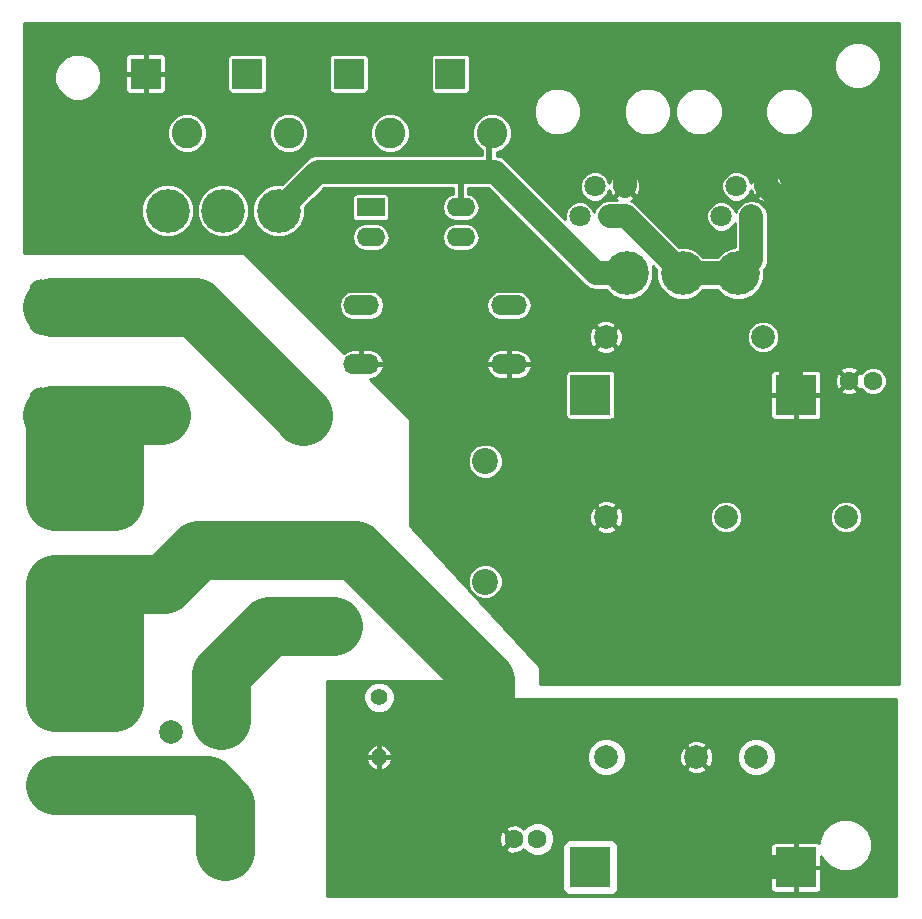
<source format=gbl>
G04 #@! TF.GenerationSoftware,KiCad,Pcbnew,(5.0.2)-1*
G04 #@! TF.CreationDate,2019-05-09T19:07:32+02:00*
G04 #@! TF.ProjectId,SystemSupply,53797374-656d-4537-9570-706c792e6b69,rev?*
G04 #@! TF.SameCoordinates,Original*
G04 #@! TF.FileFunction,Copper,L2,Bot*
G04 #@! TF.FilePolarity,Positive*
%FSLAX46Y46*%
G04 Gerber Fmt 4.6, Leading zero omitted, Abs format (unit mm)*
G04 Created by KiCad (PCBNEW (5.0.2)-1) date 09.05.2019 19:07:32*
%MOMM*%
%LPD*%
G01*
G04 APERTURE LIST*
G04 #@! TA.AperFunction,ComponentPad*
%ADD10R,3.450000X3.450000*%
G04 #@! TD*
G04 #@! TA.AperFunction,ComponentPad*
%ADD11C,4.200000*%
G04 #@! TD*
G04 #@! TA.AperFunction,ComponentPad*
%ADD12C,2.200000*%
G04 #@! TD*
G04 #@! TA.AperFunction,ComponentPad*
%ADD13O,3.048000X1.727200*%
G04 #@! TD*
G04 #@! TA.AperFunction,ComponentPad*
%ADD14C,1.800000*%
G04 #@! TD*
G04 #@! TA.AperFunction,ComponentPad*
%ADD15R,2.600000X2.600000*%
G04 #@! TD*
G04 #@! TA.AperFunction,ComponentPad*
%ADD16C,2.600000*%
G04 #@! TD*
G04 #@! TA.AperFunction,ComponentPad*
%ADD17O,2.000000X4.700000*%
G04 #@! TD*
G04 #@! TA.AperFunction,ComponentPad*
%ADD18O,2.000000X4.750000*%
G04 #@! TD*
G04 #@! TA.AperFunction,ComponentPad*
%ADD19O,4.000000X2.400000*%
G04 #@! TD*
G04 #@! TA.AperFunction,ComponentPad*
%ADD20O,4.000000X2.500000*%
G04 #@! TD*
G04 #@! TA.AperFunction,ComponentPad*
%ADD21C,1.600000*%
G04 #@! TD*
G04 #@! TA.AperFunction,ComponentPad*
%ADD22C,2.000000*%
G04 #@! TD*
G04 #@! TA.AperFunction,ComponentPad*
%ADD23C,3.700000*%
G04 #@! TD*
G04 #@! TA.AperFunction,ComponentPad*
%ADD24O,2.400000X1.600000*%
G04 #@! TD*
G04 #@! TA.AperFunction,ComponentPad*
%ADD25R,2.400000X1.600000*%
G04 #@! TD*
G04 #@! TA.AperFunction,ComponentPad*
%ADD26O,1.400000X1.400000*%
G04 #@! TD*
G04 #@! TA.AperFunction,ComponentPad*
%ADD27C,1.400000*%
G04 #@! TD*
G04 #@! TA.AperFunction,ViaPad*
%ADD28C,0.600000*%
G04 #@! TD*
G04 #@! TA.AperFunction,Conductor*
%ADD29C,5.000000*%
G04 #@! TD*
G04 #@! TA.AperFunction,Conductor*
%ADD30C,2.000000*%
G04 #@! TD*
G04 #@! TA.AperFunction,Conductor*
%ADD31C,0.500000*%
G04 #@! TD*
G04 #@! TA.AperFunction,Conductor*
%ADD32C,0.254000*%
G04 #@! TD*
G04 #@! TA.AperFunction,Conductor*
%ADD33C,0.250000*%
G04 #@! TD*
G04 APERTURE END LIST*
D10*
G04 #@! TO.P,U2,4*
G04 #@! TO.N,GND*
X125800000Y-121900000D03*
G04 #@! TO.P,U2,3*
G04 #@! TO.N,/OUT+*
X108400000Y-121900000D03*
G04 #@! TO.P,U2,2*
G04 #@! TO.N,GNDPWR*
X125800000Y-161900000D03*
G04 #@! TO.P,U2,1*
G04 #@! TO.N,/IN+*
X108400000Y-161900000D03*
G04 #@! TD*
D11*
G04 #@! TO.P,K1,14*
G04 #@! TO.N,Net-(F1-Pad1)*
X84100000Y-123700000D03*
G04 #@! TO.P,K1,11*
G04 #@! TO.N,Net-(D1-Pad1)*
X86640000Y-141500000D03*
D12*
G04 #@! TO.P,K1,A1*
G04 #@! TO.N,Net-(J6-Pad1)*
X99500000Y-127500000D03*
G04 #@! TO.P,K1,A2*
G04 #@! TO.N,Net-(J6-Pad2)*
X99500000Y-137700000D03*
G04 #@! TD*
D13*
G04 #@! TO.P,SW3,1*
G04 #@! TO.N,Net-(D6-Pad2)*
X101500000Y-114300000D03*
G04 #@! TO.P,SW3,2*
G04 #@! TO.N,GND*
X101500000Y-119300000D03*
G04 #@! TO.P,SW3,1*
G04 #@! TO.N,Net-(D6-Pad2)*
X89000000Y-114300000D03*
G04 #@! TO.P,SW3,2*
G04 #@! TO.N,GND*
X89000000Y-119300000D03*
G04 #@! TD*
D14*
G04 #@! TO.P,J3,1*
G04 #@! TO.N,GND*
X123300000Y-104250000D03*
G04 #@! TO.P,J3,2*
G04 #@! TO.N,Net-(D2-Pad1)*
X122030000Y-106790000D03*
G04 #@! TO.P,J3,4*
G04 #@! TO.N,Net-(J3-Pad4)*
X119490000Y-106790000D03*
G04 #@! TO.P,J3,3*
G04 #@! TO.N,Net-(J3-Pad3)*
X120760000Y-104250000D03*
G04 #@! TD*
G04 #@! TO.P,J7,1*
G04 #@! TO.N,GND*
X111300000Y-104250000D03*
G04 #@! TO.P,J7,2*
G04 #@! TO.N,Net-(D2-Pad1)*
X110030000Y-106790000D03*
G04 #@! TO.P,J7,4*
G04 #@! TO.N,Net-(J3-Pad4)*
X107490000Y-106790000D03*
G04 #@! TO.P,J7,3*
G04 #@! TO.N,Net-(J3-Pad3)*
X108760000Y-104250000D03*
G04 #@! TD*
D15*
G04 #@! TO.P,J10,1*
G04 #@! TO.N,Net-(D7-Pad2)*
X87950000Y-94700000D03*
D16*
G04 #@! TO.P,J10,2*
G04 #@! TO.N,Net-(J10-Pad2)*
X91450000Y-99700000D03*
G04 #@! TD*
D15*
G04 #@! TO.P,J9,1*
G04 #@! TO.N,Net-(D6-Pad2)*
X96550000Y-94700000D03*
D16*
G04 #@! TO.P,J9,2*
G04 #@! TO.N,+12V*
X100050000Y-99700000D03*
G04 #@! TD*
D15*
G04 #@! TO.P,J8,1*
G04 #@! TO.N,GND*
X70750000Y-94700000D03*
D16*
G04 #@! TO.P,J8,2*
G04 #@! TO.N,Net-(D5-Pad1)*
X74250000Y-99700000D03*
G04 #@! TD*
D15*
G04 #@! TO.P,J6,1*
G04 #@! TO.N,Net-(J6-Pad1)*
X79350000Y-94700000D03*
D16*
G04 #@! TO.P,J6,2*
G04 #@! TO.N,Net-(J6-Pad2)*
X82850000Y-99700000D03*
G04 #@! TD*
D17*
G04 #@! TO.P,F1,2*
G04 #@! TO.N,Net-(F1-Pad2)*
X61920000Y-123572000D03*
D18*
X72080000Y-123572000D03*
D17*
G04 #@! TO.P,F1,1*
G04 #@! TO.N,Net-(F1-Pad1)*
X61920000Y-114428000D03*
D18*
X72080000Y-114428000D03*
G04 #@! TD*
D19*
G04 #@! TO.P,J4,1*
G04 #@! TO.N,GNDPWR*
X68100000Y-137900000D03*
D20*
X63100000Y-137900000D03*
G04 #@! TD*
D19*
G04 #@! TO.P,J5,1*
G04 #@! TO.N,GNDPWR*
X68100000Y-147900000D03*
D20*
X63100000Y-147900000D03*
G04 #@! TD*
D19*
G04 #@! TO.P,J2,1*
G04 #@! TO.N,Net-(F1-Pad2)*
X68100000Y-130900000D03*
D20*
X63100000Y-130900000D03*
G04 #@! TD*
D19*
G04 #@! TO.P,J1,1*
G04 #@! TO.N,+24V*
X68100000Y-154900000D03*
D20*
X63100000Y-154900000D03*
G04 #@! TD*
D21*
G04 #@! TO.P,C4,2*
G04 #@! TO.N,GND*
X130300000Y-120700000D03*
G04 #@! TO.P,C4,1*
G04 #@! TO.N,+12V*
X132300000Y-120700000D03*
G04 #@! TD*
G04 #@! TO.P,C3,1*
G04 #@! TO.N,/IN+*
X103900000Y-159500000D03*
G04 #@! TO.P,C3,2*
G04 #@! TO.N,GNDPWR*
X101900000Y-159500000D03*
G04 #@! TD*
D22*
G04 #@! TO.P,TP1,1*
G04 #@! TO.N,Net-(D1-Pad1)*
X72900000Y-150400000D03*
G04 #@! TD*
G04 #@! TO.P,TP5,1*
G04 #@! TO.N,+12V*
X123000000Y-117000000D03*
G04 #@! TD*
G04 #@! TO.P,TP6,1*
G04 #@! TO.N,GND*
X109700000Y-117000000D03*
G04 #@! TD*
D23*
G04 #@! TO.P,SW2,3*
G04 #@! TO.N,Net-(D5-Pad1)*
X72600000Y-106300000D03*
G04 #@! TO.P,SW2,2*
X77300000Y-106300000D03*
G04 #@! TO.P,SW2,1*
G04 #@! TO.N,+12V*
X82000000Y-106300000D03*
G04 #@! TD*
G04 #@! TO.P,SW1,3*
G04 #@! TO.N,Net-(D2-Pad1)*
X120900000Y-111600000D03*
G04 #@! TO.P,SW1,2*
X116200000Y-111600000D03*
G04 #@! TO.P,SW1,1*
G04 #@! TO.N,+12V*
X111500000Y-111600000D03*
G04 #@! TD*
D22*
G04 #@! TO.P,U3,5*
G04 #@! TO.N,GND*
X109740000Y-132240000D03*
G04 #@! TO.P,U3,4*
G04 #@! TO.N,Net-(U3-Pad4)*
X119900000Y-132240000D03*
G04 #@! TO.P,U3,3*
G04 #@! TO.N,/OUT+*
X130060000Y-132240000D03*
G04 #@! TO.P,U3,6*
G04 #@! TO.N,Net-(U3-Pad6)*
X109740000Y-152560000D03*
G04 #@! TO.P,U3,1*
G04 #@! TO.N,/IN+*
X122440000Y-152560000D03*
G04 #@! TO.P,U3,2*
G04 #@! TO.N,GNDPWR*
X117360000Y-152560000D03*
G04 #@! TD*
D24*
G04 #@! TO.P,U4,4*
G04 #@! TO.N,+12V*
X97420000Y-106000000D03*
G04 #@! TO.P,U4,2*
G04 #@! TO.N,Net-(D7-Pad2)*
X89800000Y-108540000D03*
G04 #@! TO.P,U4,3*
G04 #@! TO.N,Net-(Q2-Pad1)*
X97420000Y-108540000D03*
D25*
G04 #@! TO.P,U4,1*
G04 #@! TO.N,Net-(D7-Pad1)*
X89800000Y-106000000D03*
G04 #@! TD*
D26*
G04 #@! TO.P,R1,2*
G04 #@! TO.N,GNDPWR*
X90500000Y-152580000D03*
D27*
G04 #@! TO.P,R1,1*
G04 #@! TO.N,Net-(D1-Pad1)*
X90500000Y-147500000D03*
G04 #@! TD*
D28*
G04 #@! TO.N,Net-(D1-Pad1)*
X75900000Y-148000000D03*
X75900000Y-151000000D03*
X75900000Y-149000000D03*
X78400000Y-148000000D03*
X78400000Y-149000000D03*
X78400000Y-150000000D03*
X78400000Y-151000000D03*
X75900000Y-150000000D03*
G04 #@! TO.N,GNDPWR*
X118000000Y-162000000D03*
X132000000Y-156000000D03*
X132000000Y-156000000D03*
X132000000Y-156000000D03*
X132000000Y-149000000D03*
X126000000Y-149000000D03*
X114000000Y-149000000D03*
X106000000Y-149000000D03*
X99500000Y-147800000D03*
X98000000Y-159000000D03*
X93000000Y-157000000D03*
X92000000Y-150000000D03*
X90000000Y-150000000D03*
G04 #@! TO.N,GND*
X132000000Y-144000000D03*
X126000000Y-144000000D03*
X114000000Y-144000000D03*
X106000000Y-144000000D03*
X103000000Y-140000000D03*
X132000000Y-137000000D03*
X132000000Y-114000000D03*
X132000000Y-103000000D03*
X127000000Y-93000000D03*
X117000000Y-93000000D03*
X109000000Y-93000000D03*
X101000000Y-93000000D03*
X92000000Y-93000000D03*
X84000000Y-93000000D03*
X75000000Y-93000000D03*
X65000000Y-104000000D03*
X95000000Y-131000000D03*
X95000000Y-126000000D03*
X94000000Y-120000000D03*
X84000000Y-112000000D03*
X94000000Y-107000000D03*
X97000000Y-113000000D03*
X107000000Y-116000000D03*
G04 #@! TO.N,+24V*
X76000000Y-157500000D03*
X76000000Y-159000000D03*
X77500000Y-157500000D03*
X79000000Y-157500000D03*
X79000000Y-159000000D03*
X77500000Y-159000000D03*
X79000000Y-160500000D03*
X77500000Y-160500000D03*
G04 #@! TD*
D29*
G04 #@! TO.N,Net-(D1-Pad1)*
X86640000Y-141500000D02*
X81200000Y-141500000D01*
X77160000Y-145540000D02*
X77160000Y-149450000D01*
X81200000Y-141500000D02*
X77160000Y-145540000D01*
G04 #@! TO.N,GNDPWR*
X63100000Y-147900000D02*
X68100000Y-147900000D01*
X68100000Y-147900000D02*
X68100000Y-137900000D01*
X63100000Y-137900000D02*
X68100000Y-137900000D01*
X63100000Y-137900000D02*
X63100000Y-147900000D01*
X99500000Y-146000000D02*
X99500000Y-147800000D01*
X88500000Y-135000000D02*
X99500000Y-146000000D01*
X68100000Y-137900000D02*
X72285045Y-137900000D01*
X75185045Y-135000000D02*
X88500000Y-135000000D01*
X72285045Y-137900000D02*
X75185045Y-135000000D01*
X99500000Y-147800000D02*
X99500000Y-147800000D01*
D30*
X122075000Y-161900000D02*
X121975000Y-161800000D01*
X125800000Y-161900000D02*
X122075000Y-161900000D01*
G04 #@! TO.N,GND*
X125400000Y-106350000D02*
X123300000Y-104250000D01*
X125400000Y-121600000D02*
X125400000Y-106350000D01*
X111300000Y-102800000D02*
X111300000Y-104250000D01*
X121600000Y-101200000D02*
X112900000Y-101200000D01*
X112900000Y-101200000D02*
X111300000Y-102800000D01*
X123300000Y-104250000D02*
X123300000Y-102900000D01*
X123300000Y-102900000D02*
X121600000Y-101200000D01*
D29*
G04 #@! TO.N,+24V*
X63100000Y-154900000D02*
X75900000Y-154900000D01*
X75900000Y-154900000D02*
X77500000Y-156500000D01*
X77500000Y-156500000D02*
X77500000Y-160500000D01*
D30*
G04 #@! TO.N,+12V*
X85300000Y-103000000D02*
X83849999Y-104450001D01*
X100283705Y-103000000D02*
X85300000Y-103000000D01*
X111500000Y-111600000D02*
X108883705Y-111600000D01*
X83849999Y-104450001D02*
X82000000Y-106300000D01*
X108883705Y-111600000D02*
X100283705Y-103000000D01*
D31*
X99750000Y-99700000D02*
X99850000Y-99800000D01*
X99850000Y-99800000D02*
X99850000Y-102566295D01*
X97420000Y-106000000D02*
X97420000Y-103380000D01*
D29*
G04 #@! TO.N,Net-(F1-Pad1)*
X72080000Y-114428000D02*
X62775010Y-114428000D01*
X74928000Y-114428000D02*
X72080000Y-114428000D01*
X84100000Y-123700000D02*
X84100000Y-123600000D01*
X84100000Y-123600000D02*
X74928000Y-114428000D01*
G04 #@! TO.N,Net-(F1-Pad2)*
X72080000Y-123572000D02*
X62775010Y-123572000D01*
X68100000Y-130900000D02*
X68100000Y-123572000D01*
X63100000Y-130900000D02*
X68100000Y-130900000D01*
X63100000Y-130900000D02*
X63100000Y-123896990D01*
D30*
G04 #@! TO.N,Net-(D2-Pad1)*
X111390000Y-106790000D02*
X110030000Y-106790000D01*
X116200000Y-111600000D02*
X111390000Y-106790000D01*
X122030000Y-110470000D02*
X122030000Y-106790000D01*
X120900000Y-111600000D02*
X122030000Y-110470000D01*
X116200000Y-111600000D02*
X120900000Y-111600000D01*
G04 #@! TD*
D32*
G04 #@! TO.N,GNDPWR*
G36*
X101873000Y-147500000D02*
X101882667Y-147548601D01*
X101910197Y-147589803D01*
X101951399Y-147617333D01*
X102000000Y-147627000D01*
X134290001Y-147627000D01*
X134290001Y-164290000D01*
X86127000Y-164290000D01*
X86127000Y-159279431D01*
X100668560Y-159279431D01*
X100677890Y-159767473D01*
X100846706Y-160175030D01*
X101040896Y-160255867D01*
X101796762Y-159500000D01*
X101040896Y-158744133D01*
X100846706Y-158824970D01*
X100668560Y-159279431D01*
X86127000Y-159279431D01*
X86127000Y-158640896D01*
X101144133Y-158640896D01*
X101900000Y-159396762D01*
X101914142Y-159382620D01*
X102017380Y-159485858D01*
X102003238Y-159500000D01*
X102017380Y-159514142D01*
X101914142Y-159617380D01*
X101900000Y-159603238D01*
X101144133Y-160359104D01*
X101224970Y-160553294D01*
X101679431Y-160731440D01*
X102167473Y-160722110D01*
X102575030Y-160553294D01*
X102655866Y-160359106D01*
X102731238Y-160434478D01*
X102768160Y-160397556D01*
X103087138Y-160716534D01*
X103614561Y-160935000D01*
X104185439Y-160935000D01*
X104712862Y-160716534D01*
X105116534Y-160312862D01*
X105173638Y-160175000D01*
X106027560Y-160175000D01*
X106027560Y-163625000D01*
X106076843Y-163872765D01*
X106217191Y-164082809D01*
X106427235Y-164223157D01*
X106675000Y-164272440D01*
X110125000Y-164272440D01*
X110372765Y-164223157D01*
X110582809Y-164082809D01*
X110723157Y-163872765D01*
X110772440Y-163625000D01*
X110772440Y-162079750D01*
X123648000Y-162079750D01*
X123648000Y-163709935D01*
X123713007Y-163866876D01*
X123833124Y-163986993D01*
X123990064Y-164052000D01*
X125620250Y-164052000D01*
X125727000Y-163945250D01*
X125727000Y-161973000D01*
X125873000Y-161973000D01*
X125873000Y-163945250D01*
X125979750Y-164052000D01*
X127609936Y-164052000D01*
X127766876Y-163986993D01*
X127886993Y-163866876D01*
X127952000Y-163709935D01*
X127952000Y-162079750D01*
X127845250Y-161973000D01*
X125873000Y-161973000D01*
X125727000Y-161973000D01*
X123754750Y-161973000D01*
X123648000Y-162079750D01*
X110772440Y-162079750D01*
X110772440Y-160175000D01*
X110755546Y-160090065D01*
X123648000Y-160090065D01*
X123648000Y-161720250D01*
X123754750Y-161827000D01*
X125727000Y-161827000D01*
X125727000Y-159854750D01*
X125873000Y-159854750D01*
X125873000Y-161827000D01*
X127845250Y-161827000D01*
X127952000Y-161720250D01*
X127952000Y-160896026D01*
X128105259Y-161266026D01*
X128733974Y-161894741D01*
X129555431Y-162235000D01*
X130444569Y-162235000D01*
X131266026Y-161894741D01*
X131894741Y-161266026D01*
X132235000Y-160444569D01*
X132235000Y-159555431D01*
X131894741Y-158733974D01*
X131266026Y-158105259D01*
X130444569Y-157765000D01*
X129555431Y-157765000D01*
X128733974Y-158105259D01*
X128105259Y-158733974D01*
X127765000Y-159555431D01*
X127765000Y-159812230D01*
X127609936Y-159748000D01*
X125979750Y-159748000D01*
X125873000Y-159854750D01*
X125727000Y-159854750D01*
X125620250Y-159748000D01*
X123990064Y-159748000D01*
X123833124Y-159813007D01*
X123713007Y-159933124D01*
X123648000Y-160090065D01*
X110755546Y-160090065D01*
X110723157Y-159927235D01*
X110582809Y-159717191D01*
X110372765Y-159576843D01*
X110125000Y-159527560D01*
X106675000Y-159527560D01*
X106427235Y-159576843D01*
X106217191Y-159717191D01*
X106076843Y-159927235D01*
X106027560Y-160175000D01*
X105173638Y-160175000D01*
X105335000Y-159785439D01*
X105335000Y-159214561D01*
X105116534Y-158687138D01*
X104712862Y-158283466D01*
X104185439Y-158065000D01*
X103614561Y-158065000D01*
X103087138Y-158283466D01*
X102768160Y-158602444D01*
X102731238Y-158565522D01*
X102655866Y-158640894D01*
X102575030Y-158446706D01*
X102120569Y-158268560D01*
X101632527Y-158277890D01*
X101224970Y-158446706D01*
X101144133Y-158640896D01*
X86127000Y-158640896D01*
X86127000Y-152828034D01*
X89400625Y-152828034D01*
X89579228Y-153229866D01*
X89898011Y-153532762D01*
X90251967Y-153679367D01*
X90427000Y-153597635D01*
X90427000Y-152653000D01*
X90573000Y-152653000D01*
X90573000Y-153597635D01*
X90748033Y-153679367D01*
X91101989Y-153532762D01*
X91420772Y-153229866D01*
X91599375Y-152828034D01*
X91517891Y-152653000D01*
X90573000Y-152653000D01*
X90427000Y-152653000D01*
X89482109Y-152653000D01*
X89400625Y-152828034D01*
X86127000Y-152828034D01*
X86127000Y-152331966D01*
X89400625Y-152331966D01*
X89482109Y-152507000D01*
X90427000Y-152507000D01*
X90427000Y-151562365D01*
X90573000Y-151562365D01*
X90573000Y-152507000D01*
X91517891Y-152507000D01*
X91599375Y-152331966D01*
X91556178Y-152234778D01*
X108105000Y-152234778D01*
X108105000Y-152885222D01*
X108353914Y-153486153D01*
X108813847Y-153946086D01*
X109414778Y-154195000D01*
X110065222Y-154195000D01*
X110666153Y-153946086D01*
X111048693Y-153563546D01*
X116459691Y-153563546D01*
X116564933Y-153778511D01*
X117091758Y-153990016D01*
X117659420Y-153983815D01*
X118155067Y-153778511D01*
X118260309Y-153563546D01*
X117360000Y-152663238D01*
X116459691Y-153563546D01*
X111048693Y-153563546D01*
X111126086Y-153486153D01*
X111375000Y-152885222D01*
X111375000Y-152291758D01*
X115929984Y-152291758D01*
X115936185Y-152859420D01*
X116141489Y-153355067D01*
X116356454Y-153460309D01*
X117256762Y-152560000D01*
X117463238Y-152560000D01*
X118363546Y-153460309D01*
X118578511Y-153355067D01*
X118790016Y-152828242D01*
X118783815Y-152260580D01*
X118773128Y-152234778D01*
X120805000Y-152234778D01*
X120805000Y-152885222D01*
X121053914Y-153486153D01*
X121513847Y-153946086D01*
X122114778Y-154195000D01*
X122765222Y-154195000D01*
X123366153Y-153946086D01*
X123826086Y-153486153D01*
X124075000Y-152885222D01*
X124075000Y-152234778D01*
X123826086Y-151633847D01*
X123366153Y-151173914D01*
X122765222Y-150925000D01*
X122114778Y-150925000D01*
X121513847Y-151173914D01*
X121053914Y-151633847D01*
X120805000Y-152234778D01*
X118773128Y-152234778D01*
X118578511Y-151764933D01*
X118363546Y-151659691D01*
X117463238Y-152560000D01*
X117256762Y-152560000D01*
X116356454Y-151659691D01*
X116141489Y-151764933D01*
X115929984Y-152291758D01*
X111375000Y-152291758D01*
X111375000Y-152234778D01*
X111126086Y-151633847D01*
X111048693Y-151556454D01*
X116459691Y-151556454D01*
X117360000Y-152456762D01*
X118260309Y-151556454D01*
X118155067Y-151341489D01*
X117628242Y-151129984D01*
X117060580Y-151136185D01*
X116564933Y-151341489D01*
X116459691Y-151556454D01*
X111048693Y-151556454D01*
X110666153Y-151173914D01*
X110065222Y-150925000D01*
X109414778Y-150925000D01*
X108813847Y-151173914D01*
X108353914Y-151633847D01*
X108105000Y-152234778D01*
X91556178Y-152234778D01*
X91420772Y-151930134D01*
X91101989Y-151627238D01*
X90748033Y-151480633D01*
X90573000Y-151562365D01*
X90427000Y-151562365D01*
X90251967Y-151480633D01*
X89898011Y-151627238D01*
X89579228Y-151930134D01*
X89400625Y-152331966D01*
X86127000Y-152331966D01*
X86127000Y-147234452D01*
X89165000Y-147234452D01*
X89165000Y-147765548D01*
X89368242Y-148256217D01*
X89743783Y-148631758D01*
X90234452Y-148835000D01*
X90765548Y-148835000D01*
X91256217Y-148631758D01*
X91631758Y-148256217D01*
X91835000Y-147765548D01*
X91835000Y-147234452D01*
X91631758Y-146743783D01*
X91256217Y-146368242D01*
X90765548Y-146165000D01*
X90234452Y-146165000D01*
X89743783Y-146368242D01*
X89368242Y-146743783D01*
X89165000Y-147234452D01*
X86127000Y-147234452D01*
X86127000Y-146127000D01*
X101873000Y-146127000D01*
X101873000Y-147500000D01*
X101873000Y-147500000D01*
G37*
X101873000Y-147500000D02*
X101882667Y-147548601D01*
X101910197Y-147589803D01*
X101951399Y-147617333D01*
X102000000Y-147627000D01*
X134290001Y-147627000D01*
X134290001Y-164290000D01*
X86127000Y-164290000D01*
X86127000Y-159279431D01*
X100668560Y-159279431D01*
X100677890Y-159767473D01*
X100846706Y-160175030D01*
X101040896Y-160255867D01*
X101796762Y-159500000D01*
X101040896Y-158744133D01*
X100846706Y-158824970D01*
X100668560Y-159279431D01*
X86127000Y-159279431D01*
X86127000Y-158640896D01*
X101144133Y-158640896D01*
X101900000Y-159396762D01*
X101914142Y-159382620D01*
X102017380Y-159485858D01*
X102003238Y-159500000D01*
X102017380Y-159514142D01*
X101914142Y-159617380D01*
X101900000Y-159603238D01*
X101144133Y-160359104D01*
X101224970Y-160553294D01*
X101679431Y-160731440D01*
X102167473Y-160722110D01*
X102575030Y-160553294D01*
X102655866Y-160359106D01*
X102731238Y-160434478D01*
X102768160Y-160397556D01*
X103087138Y-160716534D01*
X103614561Y-160935000D01*
X104185439Y-160935000D01*
X104712862Y-160716534D01*
X105116534Y-160312862D01*
X105173638Y-160175000D01*
X106027560Y-160175000D01*
X106027560Y-163625000D01*
X106076843Y-163872765D01*
X106217191Y-164082809D01*
X106427235Y-164223157D01*
X106675000Y-164272440D01*
X110125000Y-164272440D01*
X110372765Y-164223157D01*
X110582809Y-164082809D01*
X110723157Y-163872765D01*
X110772440Y-163625000D01*
X110772440Y-162079750D01*
X123648000Y-162079750D01*
X123648000Y-163709935D01*
X123713007Y-163866876D01*
X123833124Y-163986993D01*
X123990064Y-164052000D01*
X125620250Y-164052000D01*
X125727000Y-163945250D01*
X125727000Y-161973000D01*
X125873000Y-161973000D01*
X125873000Y-163945250D01*
X125979750Y-164052000D01*
X127609936Y-164052000D01*
X127766876Y-163986993D01*
X127886993Y-163866876D01*
X127952000Y-163709935D01*
X127952000Y-162079750D01*
X127845250Y-161973000D01*
X125873000Y-161973000D01*
X125727000Y-161973000D01*
X123754750Y-161973000D01*
X123648000Y-162079750D01*
X110772440Y-162079750D01*
X110772440Y-160175000D01*
X110755546Y-160090065D01*
X123648000Y-160090065D01*
X123648000Y-161720250D01*
X123754750Y-161827000D01*
X125727000Y-161827000D01*
X125727000Y-159854750D01*
X125873000Y-159854750D01*
X125873000Y-161827000D01*
X127845250Y-161827000D01*
X127952000Y-161720250D01*
X127952000Y-160896026D01*
X128105259Y-161266026D01*
X128733974Y-161894741D01*
X129555431Y-162235000D01*
X130444569Y-162235000D01*
X131266026Y-161894741D01*
X131894741Y-161266026D01*
X132235000Y-160444569D01*
X132235000Y-159555431D01*
X131894741Y-158733974D01*
X131266026Y-158105259D01*
X130444569Y-157765000D01*
X129555431Y-157765000D01*
X128733974Y-158105259D01*
X128105259Y-158733974D01*
X127765000Y-159555431D01*
X127765000Y-159812230D01*
X127609936Y-159748000D01*
X125979750Y-159748000D01*
X125873000Y-159854750D01*
X125727000Y-159854750D01*
X125620250Y-159748000D01*
X123990064Y-159748000D01*
X123833124Y-159813007D01*
X123713007Y-159933124D01*
X123648000Y-160090065D01*
X110755546Y-160090065D01*
X110723157Y-159927235D01*
X110582809Y-159717191D01*
X110372765Y-159576843D01*
X110125000Y-159527560D01*
X106675000Y-159527560D01*
X106427235Y-159576843D01*
X106217191Y-159717191D01*
X106076843Y-159927235D01*
X106027560Y-160175000D01*
X105173638Y-160175000D01*
X105335000Y-159785439D01*
X105335000Y-159214561D01*
X105116534Y-158687138D01*
X104712862Y-158283466D01*
X104185439Y-158065000D01*
X103614561Y-158065000D01*
X103087138Y-158283466D01*
X102768160Y-158602444D01*
X102731238Y-158565522D01*
X102655866Y-158640894D01*
X102575030Y-158446706D01*
X102120569Y-158268560D01*
X101632527Y-158277890D01*
X101224970Y-158446706D01*
X101144133Y-158640896D01*
X86127000Y-158640896D01*
X86127000Y-152828034D01*
X89400625Y-152828034D01*
X89579228Y-153229866D01*
X89898011Y-153532762D01*
X90251967Y-153679367D01*
X90427000Y-153597635D01*
X90427000Y-152653000D01*
X90573000Y-152653000D01*
X90573000Y-153597635D01*
X90748033Y-153679367D01*
X91101989Y-153532762D01*
X91420772Y-153229866D01*
X91599375Y-152828034D01*
X91517891Y-152653000D01*
X90573000Y-152653000D01*
X90427000Y-152653000D01*
X89482109Y-152653000D01*
X89400625Y-152828034D01*
X86127000Y-152828034D01*
X86127000Y-152331966D01*
X89400625Y-152331966D01*
X89482109Y-152507000D01*
X90427000Y-152507000D01*
X90427000Y-151562365D01*
X90573000Y-151562365D01*
X90573000Y-152507000D01*
X91517891Y-152507000D01*
X91599375Y-152331966D01*
X91556178Y-152234778D01*
X108105000Y-152234778D01*
X108105000Y-152885222D01*
X108353914Y-153486153D01*
X108813847Y-153946086D01*
X109414778Y-154195000D01*
X110065222Y-154195000D01*
X110666153Y-153946086D01*
X111048693Y-153563546D01*
X116459691Y-153563546D01*
X116564933Y-153778511D01*
X117091758Y-153990016D01*
X117659420Y-153983815D01*
X118155067Y-153778511D01*
X118260309Y-153563546D01*
X117360000Y-152663238D01*
X116459691Y-153563546D01*
X111048693Y-153563546D01*
X111126086Y-153486153D01*
X111375000Y-152885222D01*
X111375000Y-152291758D01*
X115929984Y-152291758D01*
X115936185Y-152859420D01*
X116141489Y-153355067D01*
X116356454Y-153460309D01*
X117256762Y-152560000D01*
X117463238Y-152560000D01*
X118363546Y-153460309D01*
X118578511Y-153355067D01*
X118790016Y-152828242D01*
X118783815Y-152260580D01*
X118773128Y-152234778D01*
X120805000Y-152234778D01*
X120805000Y-152885222D01*
X121053914Y-153486153D01*
X121513847Y-153946086D01*
X122114778Y-154195000D01*
X122765222Y-154195000D01*
X123366153Y-153946086D01*
X123826086Y-153486153D01*
X124075000Y-152885222D01*
X124075000Y-152234778D01*
X123826086Y-151633847D01*
X123366153Y-151173914D01*
X122765222Y-150925000D01*
X122114778Y-150925000D01*
X121513847Y-151173914D01*
X121053914Y-151633847D01*
X120805000Y-152234778D01*
X118773128Y-152234778D01*
X118578511Y-151764933D01*
X118363546Y-151659691D01*
X117463238Y-152560000D01*
X117256762Y-152560000D01*
X116356454Y-151659691D01*
X116141489Y-151764933D01*
X115929984Y-152291758D01*
X111375000Y-152291758D01*
X111375000Y-152234778D01*
X111126086Y-151633847D01*
X111048693Y-151556454D01*
X116459691Y-151556454D01*
X117360000Y-152456762D01*
X118260309Y-151556454D01*
X118155067Y-151341489D01*
X117628242Y-151129984D01*
X117060580Y-151136185D01*
X116564933Y-151341489D01*
X116459691Y-151556454D01*
X111048693Y-151556454D01*
X110666153Y-151173914D01*
X110065222Y-150925000D01*
X109414778Y-150925000D01*
X108813847Y-151173914D01*
X108353914Y-151633847D01*
X108105000Y-152234778D01*
X91556178Y-152234778D01*
X91420772Y-151930134D01*
X91101989Y-151627238D01*
X90748033Y-151480633D01*
X90573000Y-151562365D01*
X90427000Y-151562365D01*
X90251967Y-151480633D01*
X89898011Y-151627238D01*
X89579228Y-151930134D01*
X89400625Y-152331966D01*
X86127000Y-152331966D01*
X86127000Y-147234452D01*
X89165000Y-147234452D01*
X89165000Y-147765548D01*
X89368242Y-148256217D01*
X89743783Y-148631758D01*
X90234452Y-148835000D01*
X90765548Y-148835000D01*
X91256217Y-148631758D01*
X91631758Y-148256217D01*
X91835000Y-147765548D01*
X91835000Y-147234452D01*
X91631758Y-146743783D01*
X91256217Y-146368242D01*
X90765548Y-146165000D01*
X90234452Y-146165000D01*
X89743783Y-146368242D01*
X89368242Y-146743783D01*
X89165000Y-147234452D01*
X86127000Y-147234452D01*
X86127000Y-146127000D01*
X101873000Y-146127000D01*
X101873000Y-147500000D01*
D33*
G04 #@! TO.N,GND*
G36*
X134550001Y-146375000D02*
X104125000Y-146375000D01*
X104125000Y-145000000D01*
X104115485Y-144952165D01*
X104092144Y-144915534D01*
X97208959Y-137406604D01*
X98025000Y-137406604D01*
X98025000Y-137993396D01*
X98249555Y-138535520D01*
X98664480Y-138950445D01*
X99206604Y-139175000D01*
X99793396Y-139175000D01*
X100335520Y-138950445D01*
X100750445Y-138535520D01*
X100975000Y-137993396D01*
X100975000Y-137406604D01*
X100750445Y-136864480D01*
X100335520Y-136449555D01*
X99793396Y-136225000D01*
X99206604Y-136225000D01*
X98664480Y-136449555D01*
X98249555Y-136864480D01*
X98025000Y-137406604D01*
X97208959Y-137406604D01*
X93393049Y-133243793D01*
X108842273Y-133243793D01*
X108947812Y-133457951D01*
X109474204Y-133668397D01*
X110041060Y-133661383D01*
X110532188Y-133457951D01*
X110637727Y-133243793D01*
X109740000Y-132346066D01*
X108842273Y-133243793D01*
X93393049Y-133243793D01*
X93125000Y-132951377D01*
X93125000Y-131974204D01*
X108311603Y-131974204D01*
X108318617Y-132541060D01*
X108522049Y-133032188D01*
X108736207Y-133137727D01*
X109633934Y-132240000D01*
X109846066Y-132240000D01*
X110743793Y-133137727D01*
X110957951Y-133032188D01*
X111168397Y-132505796D01*
X111161724Y-131966495D01*
X118525000Y-131966495D01*
X118525000Y-132513505D01*
X118734331Y-133018875D01*
X119121125Y-133405669D01*
X119626495Y-133615000D01*
X120173505Y-133615000D01*
X120678875Y-133405669D01*
X121065669Y-133018875D01*
X121275000Y-132513505D01*
X121275000Y-131966495D01*
X128685000Y-131966495D01*
X128685000Y-132513505D01*
X128894331Y-133018875D01*
X129281125Y-133405669D01*
X129786495Y-133615000D01*
X130333505Y-133615000D01*
X130838875Y-133405669D01*
X131225669Y-133018875D01*
X131435000Y-132513505D01*
X131435000Y-131966495D01*
X131225669Y-131461125D01*
X130838875Y-131074331D01*
X130333505Y-130865000D01*
X129786495Y-130865000D01*
X129281125Y-131074331D01*
X128894331Y-131461125D01*
X128685000Y-131966495D01*
X121275000Y-131966495D01*
X121065669Y-131461125D01*
X120678875Y-131074331D01*
X120173505Y-130865000D01*
X119626495Y-130865000D01*
X119121125Y-131074331D01*
X118734331Y-131461125D01*
X118525000Y-131966495D01*
X111161724Y-131966495D01*
X111161383Y-131938940D01*
X110957951Y-131447812D01*
X110743793Y-131342273D01*
X109846066Y-132240000D01*
X109633934Y-132240000D01*
X108736207Y-131342273D01*
X108522049Y-131447812D01*
X108311603Y-131974204D01*
X93125000Y-131974204D01*
X93125000Y-131236207D01*
X108842273Y-131236207D01*
X109740000Y-132133934D01*
X110637727Y-131236207D01*
X110532188Y-131022049D01*
X110005796Y-130811603D01*
X109438940Y-130818617D01*
X108947812Y-131022049D01*
X108842273Y-131236207D01*
X93125000Y-131236207D01*
X93125000Y-127206604D01*
X98025000Y-127206604D01*
X98025000Y-127793396D01*
X98249555Y-128335520D01*
X98664480Y-128750445D01*
X99206604Y-128975000D01*
X99793396Y-128975000D01*
X100335520Y-128750445D01*
X100750445Y-128335520D01*
X100975000Y-127793396D01*
X100975000Y-127206604D01*
X100750445Y-126664480D01*
X100335520Y-126249555D01*
X99793396Y-126025000D01*
X99206604Y-126025000D01*
X98664480Y-126249555D01*
X98249555Y-126664480D01*
X98025000Y-127206604D01*
X93125000Y-127206604D01*
X93125000Y-124000000D01*
X93115485Y-123952165D01*
X93088388Y-123911612D01*
X89759188Y-120582412D01*
X90222817Y-120461810D01*
X90624611Y-120158145D01*
X90879613Y-119723835D01*
X90919245Y-119575316D01*
X99580755Y-119575316D01*
X99620387Y-119723835D01*
X99875389Y-120158145D01*
X100277183Y-120461810D01*
X100764600Y-120588600D01*
X101425000Y-120588600D01*
X101425000Y-119375000D01*
X101575000Y-119375000D01*
X101575000Y-120588600D01*
X102235400Y-120588600D01*
X102722817Y-120461810D01*
X103102309Y-120175000D01*
X106292654Y-120175000D01*
X106292654Y-123625000D01*
X106321758Y-123771317D01*
X106404641Y-123895359D01*
X106528683Y-123978242D01*
X106675000Y-124007346D01*
X110125000Y-124007346D01*
X110271317Y-123978242D01*
X110395359Y-123895359D01*
X110478242Y-123771317D01*
X110507346Y-123625000D01*
X110507346Y-122081250D01*
X123650000Y-122081250D01*
X123650000Y-123709538D01*
X123714702Y-123865743D01*
X123834257Y-123985298D01*
X123990462Y-124050000D01*
X125618750Y-124050000D01*
X125725000Y-123943750D01*
X125725000Y-121975000D01*
X125875000Y-121975000D01*
X125875000Y-123943750D01*
X125981250Y-124050000D01*
X127609538Y-124050000D01*
X127765743Y-123985298D01*
X127885298Y-123865743D01*
X127950000Y-123709538D01*
X127950000Y-122081250D01*
X127843750Y-121975000D01*
X125875000Y-121975000D01*
X125725000Y-121975000D01*
X123756250Y-121975000D01*
X123650000Y-122081250D01*
X110507346Y-122081250D01*
X110507346Y-120175000D01*
X110490531Y-120090462D01*
X123650000Y-120090462D01*
X123650000Y-121718750D01*
X123756250Y-121825000D01*
X125725000Y-121825000D01*
X125725000Y-119856250D01*
X125875000Y-119856250D01*
X125875000Y-121825000D01*
X127843750Y-121825000D01*
X127950000Y-121718750D01*
X127950000Y-121559336D01*
X129546730Y-121559336D01*
X129627858Y-121752722D01*
X130081882Y-121929806D01*
X130569111Y-121919662D01*
X130972142Y-121752722D01*
X131053270Y-121559336D01*
X130300000Y-120806066D01*
X129546730Y-121559336D01*
X127950000Y-121559336D01*
X127950000Y-120481882D01*
X129070194Y-120481882D01*
X129080338Y-120969111D01*
X129247278Y-121372142D01*
X129440664Y-121453270D01*
X130193934Y-120700000D01*
X130406066Y-120700000D01*
X131159336Y-121453270D01*
X131322936Y-121384637D01*
X131634416Y-121696117D01*
X132066278Y-121875000D01*
X132533722Y-121875000D01*
X132965584Y-121696117D01*
X133296117Y-121365584D01*
X133475000Y-120933722D01*
X133475000Y-120466278D01*
X133296117Y-120034416D01*
X132965584Y-119703883D01*
X132533722Y-119525000D01*
X132066278Y-119525000D01*
X131634416Y-119703883D01*
X131322936Y-120015363D01*
X131159336Y-119946730D01*
X130406066Y-120700000D01*
X130193934Y-120700000D01*
X129440664Y-119946730D01*
X129247278Y-120027858D01*
X129070194Y-120481882D01*
X127950000Y-120481882D01*
X127950000Y-120090462D01*
X127885298Y-119934257D01*
X127791705Y-119840664D01*
X129546730Y-119840664D01*
X130300000Y-120593934D01*
X131053270Y-119840664D01*
X130972142Y-119647278D01*
X130518118Y-119470194D01*
X130030889Y-119480338D01*
X129627858Y-119647278D01*
X129546730Y-119840664D01*
X127791705Y-119840664D01*
X127765743Y-119814702D01*
X127609538Y-119750000D01*
X125981250Y-119750000D01*
X125875000Y-119856250D01*
X125725000Y-119856250D01*
X125618750Y-119750000D01*
X123990462Y-119750000D01*
X123834257Y-119814702D01*
X123714702Y-119934257D01*
X123650000Y-120090462D01*
X110490531Y-120090462D01*
X110478242Y-120028683D01*
X110395359Y-119904641D01*
X110271317Y-119821758D01*
X110125000Y-119792654D01*
X106675000Y-119792654D01*
X106528683Y-119821758D01*
X106404641Y-119904641D01*
X106321758Y-120028683D01*
X106292654Y-120175000D01*
X103102309Y-120175000D01*
X103124611Y-120158145D01*
X103379613Y-119723835D01*
X103419245Y-119575316D01*
X103340369Y-119375000D01*
X101575000Y-119375000D01*
X101425000Y-119375000D01*
X99659631Y-119375000D01*
X99580755Y-119575316D01*
X90919245Y-119575316D01*
X90840369Y-119375000D01*
X89075000Y-119375000D01*
X89075000Y-119395000D01*
X88925000Y-119395000D01*
X88925000Y-119375000D01*
X88905000Y-119375000D01*
X88905000Y-119225000D01*
X88925000Y-119225000D01*
X88925000Y-118011400D01*
X89075000Y-118011400D01*
X89075000Y-119225000D01*
X90840369Y-119225000D01*
X90919245Y-119024684D01*
X99580755Y-119024684D01*
X99659631Y-119225000D01*
X101425000Y-119225000D01*
X101425000Y-118011400D01*
X101575000Y-118011400D01*
X101575000Y-119225000D01*
X103340369Y-119225000D01*
X103419245Y-119024684D01*
X103379613Y-118876165D01*
X103124611Y-118441855D01*
X102722817Y-118138190D01*
X102235400Y-118011400D01*
X101575000Y-118011400D01*
X101425000Y-118011400D01*
X100764600Y-118011400D01*
X100277183Y-118138190D01*
X99875389Y-118441855D01*
X99620387Y-118876165D01*
X99580755Y-119024684D01*
X90919245Y-119024684D01*
X90879613Y-118876165D01*
X90624611Y-118441855D01*
X90222817Y-118138190D01*
X89735400Y-118011400D01*
X89075000Y-118011400D01*
X88925000Y-118011400D01*
X88264600Y-118011400D01*
X87777183Y-118138190D01*
X87513927Y-118337151D01*
X87180569Y-118003793D01*
X108802273Y-118003793D01*
X108907812Y-118217951D01*
X109434204Y-118428397D01*
X110001060Y-118421383D01*
X110492188Y-118217951D01*
X110597727Y-118003793D01*
X109700000Y-117106066D01*
X108802273Y-118003793D01*
X87180569Y-118003793D01*
X85910980Y-116734204D01*
X108271603Y-116734204D01*
X108278617Y-117301060D01*
X108482049Y-117792188D01*
X108696207Y-117897727D01*
X109593934Y-117000000D01*
X109806066Y-117000000D01*
X110703793Y-117897727D01*
X110917951Y-117792188D01*
X111128397Y-117265796D01*
X111121724Y-116726495D01*
X121625000Y-116726495D01*
X121625000Y-117273505D01*
X121834331Y-117778875D01*
X122221125Y-118165669D01*
X122726495Y-118375000D01*
X123273505Y-118375000D01*
X123778875Y-118165669D01*
X124165669Y-117778875D01*
X124375000Y-117273505D01*
X124375000Y-116726495D01*
X124165669Y-116221125D01*
X123778875Y-115834331D01*
X123273505Y-115625000D01*
X122726495Y-115625000D01*
X122221125Y-115834331D01*
X121834331Y-116221125D01*
X121625000Y-116726495D01*
X111121724Y-116726495D01*
X111121383Y-116698940D01*
X110917951Y-116207812D01*
X110703793Y-116102273D01*
X109806066Y-117000000D01*
X109593934Y-117000000D01*
X108696207Y-116102273D01*
X108482049Y-116207812D01*
X108271603Y-116734204D01*
X85910980Y-116734204D01*
X85172983Y-115996207D01*
X108802273Y-115996207D01*
X109700000Y-116893934D01*
X110597727Y-115996207D01*
X110492188Y-115782049D01*
X109965796Y-115571603D01*
X109398940Y-115578617D01*
X108907812Y-115782049D01*
X108802273Y-115996207D01*
X85172983Y-115996207D01*
X83476776Y-114300000D01*
X87076735Y-114300000D01*
X87172865Y-114783278D01*
X87446620Y-115192980D01*
X87856322Y-115466735D01*
X88217612Y-115538600D01*
X89782388Y-115538600D01*
X90143678Y-115466735D01*
X90553380Y-115192980D01*
X90827135Y-114783278D01*
X90923265Y-114300000D01*
X99576735Y-114300000D01*
X99672865Y-114783278D01*
X99946620Y-115192980D01*
X100356322Y-115466735D01*
X100717612Y-115538600D01*
X102282388Y-115538600D01*
X102643678Y-115466735D01*
X103053380Y-115192980D01*
X103327135Y-114783278D01*
X103423265Y-114300000D01*
X103327135Y-113816722D01*
X103053380Y-113407020D01*
X102643678Y-113133265D01*
X102282388Y-113061400D01*
X100717612Y-113061400D01*
X100356322Y-113133265D01*
X99946620Y-113407020D01*
X99672865Y-113816722D01*
X99576735Y-114300000D01*
X90923265Y-114300000D01*
X90827135Y-113816722D01*
X90553380Y-113407020D01*
X90143678Y-113133265D01*
X89782388Y-113061400D01*
X88217612Y-113061400D01*
X87856322Y-113133265D01*
X87446620Y-113407020D01*
X87172865Y-113816722D01*
X87076735Y-114300000D01*
X83476776Y-114300000D01*
X79088388Y-109911612D01*
X79047835Y-109884515D01*
X79000000Y-109875000D01*
X60450000Y-109875000D01*
X60450000Y-108540000D01*
X88201981Y-108540000D01*
X88293175Y-108998462D01*
X88552873Y-109387127D01*
X88941538Y-109646825D01*
X89284276Y-109715000D01*
X90315724Y-109715000D01*
X90658462Y-109646825D01*
X91047127Y-109387127D01*
X91306825Y-108998462D01*
X91398019Y-108540000D01*
X95821981Y-108540000D01*
X95913175Y-108998462D01*
X96172873Y-109387127D01*
X96561538Y-109646825D01*
X96904276Y-109715000D01*
X97935724Y-109715000D01*
X98278462Y-109646825D01*
X98667127Y-109387127D01*
X98926825Y-108998462D01*
X99018019Y-108540000D01*
X98926825Y-108081538D01*
X98667127Y-107692873D01*
X98278462Y-107433175D01*
X97935724Y-107365000D01*
X96904276Y-107365000D01*
X96561538Y-107433175D01*
X96172873Y-107692873D01*
X95913175Y-108081538D01*
X95821981Y-108540000D01*
X91398019Y-108540000D01*
X91306825Y-108081538D01*
X91047127Y-107692873D01*
X90658462Y-107433175D01*
X90315724Y-107365000D01*
X89284276Y-107365000D01*
X88941538Y-107433175D01*
X88552873Y-107692873D01*
X88293175Y-108081538D01*
X88201981Y-108540000D01*
X60450000Y-108540000D01*
X60450000Y-105857420D01*
X70375000Y-105857420D01*
X70375000Y-106742580D01*
X70713736Y-107560361D01*
X71339639Y-108186264D01*
X72157420Y-108525000D01*
X73042580Y-108525000D01*
X73860361Y-108186264D01*
X74486264Y-107560361D01*
X74825000Y-106742580D01*
X74825000Y-105857420D01*
X75075000Y-105857420D01*
X75075000Y-106742580D01*
X75413736Y-107560361D01*
X76039639Y-108186264D01*
X76857420Y-108525000D01*
X77742580Y-108525000D01*
X78560361Y-108186264D01*
X79186264Y-107560361D01*
X79525000Y-106742580D01*
X79525000Y-105857420D01*
X79775000Y-105857420D01*
X79775000Y-106742580D01*
X80113736Y-107560361D01*
X80739639Y-108186264D01*
X81557420Y-108525000D01*
X82442580Y-108525000D01*
X83260361Y-108186264D01*
X83886264Y-107560361D01*
X84225000Y-106742580D01*
X84225000Y-106019543D01*
X84918028Y-105326515D01*
X85044543Y-105200000D01*
X88217654Y-105200000D01*
X88217654Y-106800000D01*
X88246758Y-106946317D01*
X88329641Y-107070359D01*
X88453683Y-107153242D01*
X88600000Y-107182346D01*
X91000000Y-107182346D01*
X91146317Y-107153242D01*
X91270359Y-107070359D01*
X91353242Y-106946317D01*
X91382346Y-106800000D01*
X91382346Y-105200000D01*
X91353242Y-105053683D01*
X91270359Y-104929641D01*
X91146317Y-104846758D01*
X91000000Y-104817654D01*
X88600000Y-104817654D01*
X88453683Y-104846758D01*
X88329641Y-104929641D01*
X88246758Y-105053683D01*
X88217654Y-105200000D01*
X85044543Y-105200000D01*
X85869544Y-104375000D01*
X96795001Y-104375000D01*
X96795000Y-104846736D01*
X96561538Y-104893175D01*
X96172873Y-105152873D01*
X95913175Y-105541538D01*
X95821981Y-106000000D01*
X95913175Y-106458462D01*
X96172873Y-106847127D01*
X96561538Y-107106825D01*
X96904276Y-107175000D01*
X97935724Y-107175000D01*
X98278462Y-107106825D01*
X98667127Y-106847127D01*
X98926825Y-106458462D01*
X99018019Y-106000000D01*
X98926825Y-105541538D01*
X98667127Y-105152873D01*
X98278462Y-104893175D01*
X98045000Y-104846736D01*
X98045000Y-104375000D01*
X99714162Y-104375000D01*
X107815675Y-112476513D01*
X107892386Y-112591319D01*
X108007191Y-112668029D01*
X108347207Y-112895221D01*
X108883705Y-113001937D01*
X109019127Y-112975000D01*
X109728375Y-112975000D01*
X110239639Y-113486264D01*
X111057420Y-113825000D01*
X111942580Y-113825000D01*
X112760361Y-113486264D01*
X113386264Y-112860361D01*
X113725000Y-112042580D01*
X113725000Y-111157420D01*
X113662862Y-111007406D01*
X113975000Y-111319544D01*
X113975000Y-112042580D01*
X114313736Y-112860361D01*
X114939639Y-113486264D01*
X115757420Y-113825000D01*
X116642580Y-113825000D01*
X117460361Y-113486264D01*
X117971625Y-112975000D01*
X119128375Y-112975000D01*
X119639639Y-113486264D01*
X120457420Y-113825000D01*
X121342580Y-113825000D01*
X122160361Y-113486264D01*
X122786264Y-112860361D01*
X123125000Y-112042580D01*
X123125000Y-111306150D01*
X123325220Y-111006499D01*
X123325221Y-111006498D01*
X123405000Y-110605422D01*
X123405000Y-110605418D01*
X123431936Y-110470001D01*
X123405000Y-110334584D01*
X123405000Y-106654578D01*
X123325221Y-106253502D01*
X123021319Y-105798681D01*
X122566498Y-105494779D01*
X122030000Y-105388063D01*
X121493503Y-105494779D01*
X121038682Y-105798681D01*
X120734780Y-106253502D01*
X120706570Y-106395324D01*
X120570893Y-106067770D01*
X120212230Y-105709107D01*
X119743613Y-105515000D01*
X119236387Y-105515000D01*
X118767770Y-105709107D01*
X118409107Y-106067770D01*
X118215000Y-106536387D01*
X118215000Y-107043613D01*
X118409107Y-107512230D01*
X118767770Y-107870893D01*
X119236387Y-108065000D01*
X119743613Y-108065000D01*
X120212230Y-107870893D01*
X120570893Y-107512230D01*
X120655001Y-107309175D01*
X120655000Y-109375000D01*
X120457420Y-109375000D01*
X119639639Y-109713736D01*
X119128375Y-110225000D01*
X117971625Y-110225000D01*
X117460361Y-109713736D01*
X116642580Y-109375000D01*
X115919544Y-109375000D01*
X112458030Y-105913487D01*
X112381319Y-105798681D01*
X111926498Y-105494779D01*
X111819407Y-105473477D01*
X112032173Y-105385347D01*
X112125509Y-105181575D01*
X111300000Y-104356066D01*
X110474491Y-105181575D01*
X110567827Y-105385347D01*
X110642846Y-105415000D01*
X109894578Y-105415000D01*
X109493502Y-105494779D01*
X109038681Y-105798681D01*
X108734779Y-106253502D01*
X108706569Y-106395322D01*
X108570893Y-106067770D01*
X108212230Y-105709107D01*
X107743613Y-105515000D01*
X107236387Y-105515000D01*
X106767770Y-105709107D01*
X106409107Y-106067770D01*
X106215000Y-106536387D01*
X106215000Y-106986752D01*
X103224635Y-103996387D01*
X107485000Y-103996387D01*
X107485000Y-104503613D01*
X107679107Y-104972230D01*
X108037770Y-105330893D01*
X108506387Y-105525000D01*
X109013613Y-105525000D01*
X109482230Y-105330893D01*
X109840893Y-104972230D01*
X110000714Y-104586388D01*
X110164653Y-104982173D01*
X110368425Y-105075509D01*
X111193934Y-104250000D01*
X111406066Y-104250000D01*
X112231575Y-105075509D01*
X112435347Y-104982173D01*
X112629114Y-104491961D01*
X112621049Y-103996387D01*
X119485000Y-103996387D01*
X119485000Y-104503613D01*
X119679107Y-104972230D01*
X120037770Y-105330893D01*
X120506387Y-105525000D01*
X121013613Y-105525000D01*
X121482230Y-105330893D01*
X121631548Y-105181575D01*
X122474491Y-105181575D01*
X122567827Y-105385347D01*
X123058039Y-105579114D01*
X123585087Y-105570536D01*
X124032173Y-105385347D01*
X124125509Y-105181575D01*
X123300000Y-104356066D01*
X122474491Y-105181575D01*
X121631548Y-105181575D01*
X121840893Y-104972230D01*
X122000714Y-104586388D01*
X122164653Y-104982173D01*
X122368425Y-105075509D01*
X123193934Y-104250000D01*
X123406066Y-104250000D01*
X124231575Y-105075509D01*
X124435347Y-104982173D01*
X124629114Y-104491961D01*
X124620536Y-103964913D01*
X124435347Y-103517827D01*
X124231575Y-103424491D01*
X123406066Y-104250000D01*
X123193934Y-104250000D01*
X122368425Y-103424491D01*
X122164653Y-103517827D01*
X122004550Y-103922873D01*
X121840893Y-103527770D01*
X121631548Y-103318425D01*
X122474491Y-103318425D01*
X123300000Y-104143934D01*
X124125509Y-103318425D01*
X124032173Y-103114653D01*
X123541961Y-102920886D01*
X123014913Y-102929464D01*
X122567827Y-103114653D01*
X122474491Y-103318425D01*
X121631548Y-103318425D01*
X121482230Y-103169107D01*
X121013613Y-102975000D01*
X120506387Y-102975000D01*
X120037770Y-103169107D01*
X119679107Y-103527770D01*
X119485000Y-103996387D01*
X112621049Y-103996387D01*
X112620536Y-103964913D01*
X112435347Y-103517827D01*
X112231575Y-103424491D01*
X111406066Y-104250000D01*
X111193934Y-104250000D01*
X110368425Y-103424491D01*
X110164653Y-103517827D01*
X110004550Y-103922873D01*
X109840893Y-103527770D01*
X109631548Y-103318425D01*
X110474491Y-103318425D01*
X111300000Y-104143934D01*
X112125509Y-103318425D01*
X112032173Y-103114653D01*
X111541961Y-102920886D01*
X111014913Y-102929464D01*
X110567827Y-103114653D01*
X110474491Y-103318425D01*
X109631548Y-103318425D01*
X109482230Y-103169107D01*
X109013613Y-102975000D01*
X108506387Y-102975000D01*
X108037770Y-103169107D01*
X107679107Y-103527770D01*
X107485000Y-103996387D01*
X103224635Y-103996387D01*
X101351735Y-102123487D01*
X101275024Y-102008681D01*
X100820203Y-101704779D01*
X100475000Y-101636114D01*
X100475000Y-101336966D01*
X100998811Y-101119996D01*
X101469996Y-100648811D01*
X101725000Y-100033178D01*
X101725000Y-99366822D01*
X101469996Y-98751189D01*
X100998811Y-98280004D01*
X100383178Y-98025000D01*
X99716822Y-98025000D01*
X99101189Y-98280004D01*
X98630004Y-98751189D01*
X98375000Y-99366822D01*
X98375000Y-100033178D01*
X98630004Y-100648811D01*
X99101189Y-101119996D01*
X99225000Y-101171280D01*
X99225001Y-101625000D01*
X85435416Y-101625000D01*
X85299999Y-101598064D01*
X85164582Y-101625000D01*
X85164578Y-101625000D01*
X84763502Y-101704779D01*
X84763500Y-101704780D01*
X84763501Y-101704780D01*
X84423485Y-101931971D01*
X84423484Y-101931972D01*
X84308681Y-102008681D01*
X84231972Y-102123484D01*
X82973485Y-103381972D01*
X82280457Y-104075000D01*
X81557420Y-104075000D01*
X80739639Y-104413736D01*
X80113736Y-105039639D01*
X79775000Y-105857420D01*
X79525000Y-105857420D01*
X79186264Y-105039639D01*
X78560361Y-104413736D01*
X77742580Y-104075000D01*
X76857420Y-104075000D01*
X76039639Y-104413736D01*
X75413736Y-105039639D01*
X75075000Y-105857420D01*
X74825000Y-105857420D01*
X74486264Y-105039639D01*
X73860361Y-104413736D01*
X73042580Y-104075000D01*
X72157420Y-104075000D01*
X71339639Y-104413736D01*
X70713736Y-105039639D01*
X70375000Y-105857420D01*
X60450000Y-105857420D01*
X60450000Y-99366822D01*
X72575000Y-99366822D01*
X72575000Y-100033178D01*
X72830004Y-100648811D01*
X73301189Y-101119996D01*
X73916822Y-101375000D01*
X74583178Y-101375000D01*
X75198811Y-101119996D01*
X75669996Y-100648811D01*
X75925000Y-100033178D01*
X75925000Y-99366822D01*
X81175000Y-99366822D01*
X81175000Y-100033178D01*
X81430004Y-100648811D01*
X81901189Y-101119996D01*
X82516822Y-101375000D01*
X83183178Y-101375000D01*
X83798811Y-101119996D01*
X84269996Y-100648811D01*
X84525000Y-100033178D01*
X84525000Y-99366822D01*
X89775000Y-99366822D01*
X89775000Y-100033178D01*
X90030004Y-100648811D01*
X90501189Y-101119996D01*
X91116822Y-101375000D01*
X91783178Y-101375000D01*
X92398811Y-101119996D01*
X92869996Y-100648811D01*
X93125000Y-100033178D01*
X93125000Y-99366822D01*
X92869996Y-98751189D01*
X92398811Y-98280004D01*
X91783178Y-98025000D01*
X91116822Y-98025000D01*
X90501189Y-98280004D01*
X90030004Y-98751189D01*
X89775000Y-99366822D01*
X84525000Y-99366822D01*
X84269996Y-98751189D01*
X83798811Y-98280004D01*
X83183178Y-98025000D01*
X82516822Y-98025000D01*
X81901189Y-98280004D01*
X81430004Y-98751189D01*
X81175000Y-99366822D01*
X75925000Y-99366822D01*
X75669996Y-98751189D01*
X75198811Y-98280004D01*
X74583178Y-98025000D01*
X73916822Y-98025000D01*
X73301189Y-98280004D01*
X72830004Y-98751189D01*
X72575000Y-99366822D01*
X60450000Y-99366822D01*
X60450000Y-97502175D01*
X103590000Y-97502175D01*
X103590000Y-98297825D01*
X103894482Y-99032909D01*
X104457091Y-99595518D01*
X105192175Y-99900000D01*
X105987825Y-99900000D01*
X106722909Y-99595518D01*
X107285518Y-99032909D01*
X107590000Y-98297825D01*
X107590000Y-97502175D01*
X111210000Y-97502175D01*
X111210000Y-98297825D01*
X111514482Y-99032909D01*
X112077091Y-99595518D01*
X112812175Y-99900000D01*
X113607825Y-99900000D01*
X114342909Y-99595518D01*
X114905518Y-99032909D01*
X115210000Y-98297825D01*
X115210000Y-97502175D01*
X115590000Y-97502175D01*
X115590000Y-98297825D01*
X115894482Y-99032909D01*
X116457091Y-99595518D01*
X117192175Y-99900000D01*
X117987825Y-99900000D01*
X118722909Y-99595518D01*
X119285518Y-99032909D01*
X119590000Y-98297825D01*
X119590000Y-97502175D01*
X123210000Y-97502175D01*
X123210000Y-98297825D01*
X123514482Y-99032909D01*
X124077091Y-99595518D01*
X124812175Y-99900000D01*
X125607825Y-99900000D01*
X126342909Y-99595518D01*
X126905518Y-99032909D01*
X127210000Y-98297825D01*
X127210000Y-97502175D01*
X126905518Y-96767091D01*
X126342909Y-96204482D01*
X125607825Y-95900000D01*
X124812175Y-95900000D01*
X124077091Y-96204482D01*
X123514482Y-96767091D01*
X123210000Y-97502175D01*
X119590000Y-97502175D01*
X119285518Y-96767091D01*
X118722909Y-96204482D01*
X117987825Y-95900000D01*
X117192175Y-95900000D01*
X116457091Y-96204482D01*
X115894482Y-96767091D01*
X115590000Y-97502175D01*
X115210000Y-97502175D01*
X114905518Y-96767091D01*
X114342909Y-96204482D01*
X113607825Y-95900000D01*
X112812175Y-95900000D01*
X112077091Y-96204482D01*
X111514482Y-96767091D01*
X111210000Y-97502175D01*
X107590000Y-97502175D01*
X107285518Y-96767091D01*
X106722909Y-96204482D01*
X105987825Y-95900000D01*
X105192175Y-95900000D01*
X104457091Y-96204482D01*
X103894482Y-96767091D01*
X103590000Y-97502175D01*
X60450000Y-97502175D01*
X60450000Y-94607148D01*
X63025000Y-94607148D01*
X63025000Y-95392852D01*
X63325675Y-96118748D01*
X63881252Y-96674325D01*
X64607148Y-96975000D01*
X65392852Y-96975000D01*
X66118748Y-96674325D01*
X66674325Y-96118748D01*
X66975000Y-95392852D01*
X66975000Y-94881250D01*
X69025000Y-94881250D01*
X69025000Y-96084538D01*
X69089702Y-96240743D01*
X69209257Y-96360298D01*
X69365462Y-96425000D01*
X70568750Y-96425000D01*
X70675000Y-96318750D01*
X70675000Y-94775000D01*
X70825000Y-94775000D01*
X70825000Y-96318750D01*
X70931250Y-96425000D01*
X72134538Y-96425000D01*
X72290743Y-96360298D01*
X72410298Y-96240743D01*
X72475000Y-96084538D01*
X72475000Y-94881250D01*
X72368750Y-94775000D01*
X70825000Y-94775000D01*
X70675000Y-94775000D01*
X69131250Y-94775000D01*
X69025000Y-94881250D01*
X66975000Y-94881250D01*
X66975000Y-94607148D01*
X66674325Y-93881252D01*
X66118748Y-93325675D01*
X66094092Y-93315462D01*
X69025000Y-93315462D01*
X69025000Y-94518750D01*
X69131250Y-94625000D01*
X70675000Y-94625000D01*
X70675000Y-93081250D01*
X70825000Y-93081250D01*
X70825000Y-94625000D01*
X72368750Y-94625000D01*
X72475000Y-94518750D01*
X72475000Y-93400000D01*
X77667654Y-93400000D01*
X77667654Y-96000000D01*
X77696758Y-96146317D01*
X77779641Y-96270359D01*
X77903683Y-96353242D01*
X78050000Y-96382346D01*
X80650000Y-96382346D01*
X80796317Y-96353242D01*
X80920359Y-96270359D01*
X81003242Y-96146317D01*
X81032346Y-96000000D01*
X81032346Y-93400000D01*
X86267654Y-93400000D01*
X86267654Y-96000000D01*
X86296758Y-96146317D01*
X86379641Y-96270359D01*
X86503683Y-96353242D01*
X86650000Y-96382346D01*
X89250000Y-96382346D01*
X89396317Y-96353242D01*
X89520359Y-96270359D01*
X89603242Y-96146317D01*
X89632346Y-96000000D01*
X89632346Y-93400000D01*
X94867654Y-93400000D01*
X94867654Y-96000000D01*
X94896758Y-96146317D01*
X94979641Y-96270359D01*
X95103683Y-96353242D01*
X95250000Y-96382346D01*
X97850000Y-96382346D01*
X97996317Y-96353242D01*
X98120359Y-96270359D01*
X98203242Y-96146317D01*
X98232346Y-96000000D01*
X98232346Y-93607148D01*
X129025000Y-93607148D01*
X129025000Y-94392852D01*
X129325675Y-95118748D01*
X129881252Y-95674325D01*
X130607148Y-95975000D01*
X131392852Y-95975000D01*
X132118748Y-95674325D01*
X132674325Y-95118748D01*
X132975000Y-94392852D01*
X132975000Y-93607148D01*
X132674325Y-92881252D01*
X132118748Y-92325675D01*
X131392852Y-92025000D01*
X130607148Y-92025000D01*
X129881252Y-92325675D01*
X129325675Y-92881252D01*
X129025000Y-93607148D01*
X98232346Y-93607148D01*
X98232346Y-93400000D01*
X98203242Y-93253683D01*
X98120359Y-93129641D01*
X97996317Y-93046758D01*
X97850000Y-93017654D01*
X95250000Y-93017654D01*
X95103683Y-93046758D01*
X94979641Y-93129641D01*
X94896758Y-93253683D01*
X94867654Y-93400000D01*
X89632346Y-93400000D01*
X89603242Y-93253683D01*
X89520359Y-93129641D01*
X89396317Y-93046758D01*
X89250000Y-93017654D01*
X86650000Y-93017654D01*
X86503683Y-93046758D01*
X86379641Y-93129641D01*
X86296758Y-93253683D01*
X86267654Y-93400000D01*
X81032346Y-93400000D01*
X81003242Y-93253683D01*
X80920359Y-93129641D01*
X80796317Y-93046758D01*
X80650000Y-93017654D01*
X78050000Y-93017654D01*
X77903683Y-93046758D01*
X77779641Y-93129641D01*
X77696758Y-93253683D01*
X77667654Y-93400000D01*
X72475000Y-93400000D01*
X72475000Y-93315462D01*
X72410298Y-93159257D01*
X72290743Y-93039702D01*
X72134538Y-92975000D01*
X70931250Y-92975000D01*
X70825000Y-93081250D01*
X70675000Y-93081250D01*
X70568750Y-92975000D01*
X69365462Y-92975000D01*
X69209257Y-93039702D01*
X69089702Y-93159257D01*
X69025000Y-93315462D01*
X66094092Y-93315462D01*
X65392852Y-93025000D01*
X64607148Y-93025000D01*
X63881252Y-93325675D01*
X63325675Y-93881252D01*
X63025000Y-94607148D01*
X60450000Y-94607148D01*
X60450000Y-90450000D01*
X134550000Y-90450000D01*
X134550001Y-146375000D01*
X134550001Y-146375000D01*
G37*
X134550001Y-146375000D02*
X104125000Y-146375000D01*
X104125000Y-145000000D01*
X104115485Y-144952165D01*
X104092144Y-144915534D01*
X97208959Y-137406604D01*
X98025000Y-137406604D01*
X98025000Y-137993396D01*
X98249555Y-138535520D01*
X98664480Y-138950445D01*
X99206604Y-139175000D01*
X99793396Y-139175000D01*
X100335520Y-138950445D01*
X100750445Y-138535520D01*
X100975000Y-137993396D01*
X100975000Y-137406604D01*
X100750445Y-136864480D01*
X100335520Y-136449555D01*
X99793396Y-136225000D01*
X99206604Y-136225000D01*
X98664480Y-136449555D01*
X98249555Y-136864480D01*
X98025000Y-137406604D01*
X97208959Y-137406604D01*
X93393049Y-133243793D01*
X108842273Y-133243793D01*
X108947812Y-133457951D01*
X109474204Y-133668397D01*
X110041060Y-133661383D01*
X110532188Y-133457951D01*
X110637727Y-133243793D01*
X109740000Y-132346066D01*
X108842273Y-133243793D01*
X93393049Y-133243793D01*
X93125000Y-132951377D01*
X93125000Y-131974204D01*
X108311603Y-131974204D01*
X108318617Y-132541060D01*
X108522049Y-133032188D01*
X108736207Y-133137727D01*
X109633934Y-132240000D01*
X109846066Y-132240000D01*
X110743793Y-133137727D01*
X110957951Y-133032188D01*
X111168397Y-132505796D01*
X111161724Y-131966495D01*
X118525000Y-131966495D01*
X118525000Y-132513505D01*
X118734331Y-133018875D01*
X119121125Y-133405669D01*
X119626495Y-133615000D01*
X120173505Y-133615000D01*
X120678875Y-133405669D01*
X121065669Y-133018875D01*
X121275000Y-132513505D01*
X121275000Y-131966495D01*
X128685000Y-131966495D01*
X128685000Y-132513505D01*
X128894331Y-133018875D01*
X129281125Y-133405669D01*
X129786495Y-133615000D01*
X130333505Y-133615000D01*
X130838875Y-133405669D01*
X131225669Y-133018875D01*
X131435000Y-132513505D01*
X131435000Y-131966495D01*
X131225669Y-131461125D01*
X130838875Y-131074331D01*
X130333505Y-130865000D01*
X129786495Y-130865000D01*
X129281125Y-131074331D01*
X128894331Y-131461125D01*
X128685000Y-131966495D01*
X121275000Y-131966495D01*
X121065669Y-131461125D01*
X120678875Y-131074331D01*
X120173505Y-130865000D01*
X119626495Y-130865000D01*
X119121125Y-131074331D01*
X118734331Y-131461125D01*
X118525000Y-131966495D01*
X111161724Y-131966495D01*
X111161383Y-131938940D01*
X110957951Y-131447812D01*
X110743793Y-131342273D01*
X109846066Y-132240000D01*
X109633934Y-132240000D01*
X108736207Y-131342273D01*
X108522049Y-131447812D01*
X108311603Y-131974204D01*
X93125000Y-131974204D01*
X93125000Y-131236207D01*
X108842273Y-131236207D01*
X109740000Y-132133934D01*
X110637727Y-131236207D01*
X110532188Y-131022049D01*
X110005796Y-130811603D01*
X109438940Y-130818617D01*
X108947812Y-131022049D01*
X108842273Y-131236207D01*
X93125000Y-131236207D01*
X93125000Y-127206604D01*
X98025000Y-127206604D01*
X98025000Y-127793396D01*
X98249555Y-128335520D01*
X98664480Y-128750445D01*
X99206604Y-128975000D01*
X99793396Y-128975000D01*
X100335520Y-128750445D01*
X100750445Y-128335520D01*
X100975000Y-127793396D01*
X100975000Y-127206604D01*
X100750445Y-126664480D01*
X100335520Y-126249555D01*
X99793396Y-126025000D01*
X99206604Y-126025000D01*
X98664480Y-126249555D01*
X98249555Y-126664480D01*
X98025000Y-127206604D01*
X93125000Y-127206604D01*
X93125000Y-124000000D01*
X93115485Y-123952165D01*
X93088388Y-123911612D01*
X89759188Y-120582412D01*
X90222817Y-120461810D01*
X90624611Y-120158145D01*
X90879613Y-119723835D01*
X90919245Y-119575316D01*
X99580755Y-119575316D01*
X99620387Y-119723835D01*
X99875389Y-120158145D01*
X100277183Y-120461810D01*
X100764600Y-120588600D01*
X101425000Y-120588600D01*
X101425000Y-119375000D01*
X101575000Y-119375000D01*
X101575000Y-120588600D01*
X102235400Y-120588600D01*
X102722817Y-120461810D01*
X103102309Y-120175000D01*
X106292654Y-120175000D01*
X106292654Y-123625000D01*
X106321758Y-123771317D01*
X106404641Y-123895359D01*
X106528683Y-123978242D01*
X106675000Y-124007346D01*
X110125000Y-124007346D01*
X110271317Y-123978242D01*
X110395359Y-123895359D01*
X110478242Y-123771317D01*
X110507346Y-123625000D01*
X110507346Y-122081250D01*
X123650000Y-122081250D01*
X123650000Y-123709538D01*
X123714702Y-123865743D01*
X123834257Y-123985298D01*
X123990462Y-124050000D01*
X125618750Y-124050000D01*
X125725000Y-123943750D01*
X125725000Y-121975000D01*
X125875000Y-121975000D01*
X125875000Y-123943750D01*
X125981250Y-124050000D01*
X127609538Y-124050000D01*
X127765743Y-123985298D01*
X127885298Y-123865743D01*
X127950000Y-123709538D01*
X127950000Y-122081250D01*
X127843750Y-121975000D01*
X125875000Y-121975000D01*
X125725000Y-121975000D01*
X123756250Y-121975000D01*
X123650000Y-122081250D01*
X110507346Y-122081250D01*
X110507346Y-120175000D01*
X110490531Y-120090462D01*
X123650000Y-120090462D01*
X123650000Y-121718750D01*
X123756250Y-121825000D01*
X125725000Y-121825000D01*
X125725000Y-119856250D01*
X125875000Y-119856250D01*
X125875000Y-121825000D01*
X127843750Y-121825000D01*
X127950000Y-121718750D01*
X127950000Y-121559336D01*
X129546730Y-121559336D01*
X129627858Y-121752722D01*
X130081882Y-121929806D01*
X130569111Y-121919662D01*
X130972142Y-121752722D01*
X131053270Y-121559336D01*
X130300000Y-120806066D01*
X129546730Y-121559336D01*
X127950000Y-121559336D01*
X127950000Y-120481882D01*
X129070194Y-120481882D01*
X129080338Y-120969111D01*
X129247278Y-121372142D01*
X129440664Y-121453270D01*
X130193934Y-120700000D01*
X130406066Y-120700000D01*
X131159336Y-121453270D01*
X131322936Y-121384637D01*
X131634416Y-121696117D01*
X132066278Y-121875000D01*
X132533722Y-121875000D01*
X132965584Y-121696117D01*
X133296117Y-121365584D01*
X133475000Y-120933722D01*
X133475000Y-120466278D01*
X133296117Y-120034416D01*
X132965584Y-119703883D01*
X132533722Y-119525000D01*
X132066278Y-119525000D01*
X131634416Y-119703883D01*
X131322936Y-120015363D01*
X131159336Y-119946730D01*
X130406066Y-120700000D01*
X130193934Y-120700000D01*
X129440664Y-119946730D01*
X129247278Y-120027858D01*
X129070194Y-120481882D01*
X127950000Y-120481882D01*
X127950000Y-120090462D01*
X127885298Y-119934257D01*
X127791705Y-119840664D01*
X129546730Y-119840664D01*
X130300000Y-120593934D01*
X131053270Y-119840664D01*
X130972142Y-119647278D01*
X130518118Y-119470194D01*
X130030889Y-119480338D01*
X129627858Y-119647278D01*
X129546730Y-119840664D01*
X127791705Y-119840664D01*
X127765743Y-119814702D01*
X127609538Y-119750000D01*
X125981250Y-119750000D01*
X125875000Y-119856250D01*
X125725000Y-119856250D01*
X125618750Y-119750000D01*
X123990462Y-119750000D01*
X123834257Y-119814702D01*
X123714702Y-119934257D01*
X123650000Y-120090462D01*
X110490531Y-120090462D01*
X110478242Y-120028683D01*
X110395359Y-119904641D01*
X110271317Y-119821758D01*
X110125000Y-119792654D01*
X106675000Y-119792654D01*
X106528683Y-119821758D01*
X106404641Y-119904641D01*
X106321758Y-120028683D01*
X106292654Y-120175000D01*
X103102309Y-120175000D01*
X103124611Y-120158145D01*
X103379613Y-119723835D01*
X103419245Y-119575316D01*
X103340369Y-119375000D01*
X101575000Y-119375000D01*
X101425000Y-119375000D01*
X99659631Y-119375000D01*
X99580755Y-119575316D01*
X90919245Y-119575316D01*
X90840369Y-119375000D01*
X89075000Y-119375000D01*
X89075000Y-119395000D01*
X88925000Y-119395000D01*
X88925000Y-119375000D01*
X88905000Y-119375000D01*
X88905000Y-119225000D01*
X88925000Y-119225000D01*
X88925000Y-118011400D01*
X89075000Y-118011400D01*
X89075000Y-119225000D01*
X90840369Y-119225000D01*
X90919245Y-119024684D01*
X99580755Y-119024684D01*
X99659631Y-119225000D01*
X101425000Y-119225000D01*
X101425000Y-118011400D01*
X101575000Y-118011400D01*
X101575000Y-119225000D01*
X103340369Y-119225000D01*
X103419245Y-119024684D01*
X103379613Y-118876165D01*
X103124611Y-118441855D01*
X102722817Y-118138190D01*
X102235400Y-118011400D01*
X101575000Y-118011400D01*
X101425000Y-118011400D01*
X100764600Y-118011400D01*
X100277183Y-118138190D01*
X99875389Y-118441855D01*
X99620387Y-118876165D01*
X99580755Y-119024684D01*
X90919245Y-119024684D01*
X90879613Y-118876165D01*
X90624611Y-118441855D01*
X90222817Y-118138190D01*
X89735400Y-118011400D01*
X89075000Y-118011400D01*
X88925000Y-118011400D01*
X88264600Y-118011400D01*
X87777183Y-118138190D01*
X87513927Y-118337151D01*
X87180569Y-118003793D01*
X108802273Y-118003793D01*
X108907812Y-118217951D01*
X109434204Y-118428397D01*
X110001060Y-118421383D01*
X110492188Y-118217951D01*
X110597727Y-118003793D01*
X109700000Y-117106066D01*
X108802273Y-118003793D01*
X87180569Y-118003793D01*
X85910980Y-116734204D01*
X108271603Y-116734204D01*
X108278617Y-117301060D01*
X108482049Y-117792188D01*
X108696207Y-117897727D01*
X109593934Y-117000000D01*
X109806066Y-117000000D01*
X110703793Y-117897727D01*
X110917951Y-117792188D01*
X111128397Y-117265796D01*
X111121724Y-116726495D01*
X121625000Y-116726495D01*
X121625000Y-117273505D01*
X121834331Y-117778875D01*
X122221125Y-118165669D01*
X122726495Y-118375000D01*
X123273505Y-118375000D01*
X123778875Y-118165669D01*
X124165669Y-117778875D01*
X124375000Y-117273505D01*
X124375000Y-116726495D01*
X124165669Y-116221125D01*
X123778875Y-115834331D01*
X123273505Y-115625000D01*
X122726495Y-115625000D01*
X122221125Y-115834331D01*
X121834331Y-116221125D01*
X121625000Y-116726495D01*
X111121724Y-116726495D01*
X111121383Y-116698940D01*
X110917951Y-116207812D01*
X110703793Y-116102273D01*
X109806066Y-117000000D01*
X109593934Y-117000000D01*
X108696207Y-116102273D01*
X108482049Y-116207812D01*
X108271603Y-116734204D01*
X85910980Y-116734204D01*
X85172983Y-115996207D01*
X108802273Y-115996207D01*
X109700000Y-116893934D01*
X110597727Y-115996207D01*
X110492188Y-115782049D01*
X109965796Y-115571603D01*
X109398940Y-115578617D01*
X108907812Y-115782049D01*
X108802273Y-115996207D01*
X85172983Y-115996207D01*
X83476776Y-114300000D01*
X87076735Y-114300000D01*
X87172865Y-114783278D01*
X87446620Y-115192980D01*
X87856322Y-115466735D01*
X88217612Y-115538600D01*
X89782388Y-115538600D01*
X90143678Y-115466735D01*
X90553380Y-115192980D01*
X90827135Y-114783278D01*
X90923265Y-114300000D01*
X99576735Y-114300000D01*
X99672865Y-114783278D01*
X99946620Y-115192980D01*
X100356322Y-115466735D01*
X100717612Y-115538600D01*
X102282388Y-115538600D01*
X102643678Y-115466735D01*
X103053380Y-115192980D01*
X103327135Y-114783278D01*
X103423265Y-114300000D01*
X103327135Y-113816722D01*
X103053380Y-113407020D01*
X102643678Y-113133265D01*
X102282388Y-113061400D01*
X100717612Y-113061400D01*
X100356322Y-113133265D01*
X99946620Y-113407020D01*
X99672865Y-113816722D01*
X99576735Y-114300000D01*
X90923265Y-114300000D01*
X90827135Y-113816722D01*
X90553380Y-113407020D01*
X90143678Y-113133265D01*
X89782388Y-113061400D01*
X88217612Y-113061400D01*
X87856322Y-113133265D01*
X87446620Y-113407020D01*
X87172865Y-113816722D01*
X87076735Y-114300000D01*
X83476776Y-114300000D01*
X79088388Y-109911612D01*
X79047835Y-109884515D01*
X79000000Y-109875000D01*
X60450000Y-109875000D01*
X60450000Y-108540000D01*
X88201981Y-108540000D01*
X88293175Y-108998462D01*
X88552873Y-109387127D01*
X88941538Y-109646825D01*
X89284276Y-109715000D01*
X90315724Y-109715000D01*
X90658462Y-109646825D01*
X91047127Y-109387127D01*
X91306825Y-108998462D01*
X91398019Y-108540000D01*
X95821981Y-108540000D01*
X95913175Y-108998462D01*
X96172873Y-109387127D01*
X96561538Y-109646825D01*
X96904276Y-109715000D01*
X97935724Y-109715000D01*
X98278462Y-109646825D01*
X98667127Y-109387127D01*
X98926825Y-108998462D01*
X99018019Y-108540000D01*
X98926825Y-108081538D01*
X98667127Y-107692873D01*
X98278462Y-107433175D01*
X97935724Y-107365000D01*
X96904276Y-107365000D01*
X96561538Y-107433175D01*
X96172873Y-107692873D01*
X95913175Y-108081538D01*
X95821981Y-108540000D01*
X91398019Y-108540000D01*
X91306825Y-108081538D01*
X91047127Y-107692873D01*
X90658462Y-107433175D01*
X90315724Y-107365000D01*
X89284276Y-107365000D01*
X88941538Y-107433175D01*
X88552873Y-107692873D01*
X88293175Y-108081538D01*
X88201981Y-108540000D01*
X60450000Y-108540000D01*
X60450000Y-105857420D01*
X70375000Y-105857420D01*
X70375000Y-106742580D01*
X70713736Y-107560361D01*
X71339639Y-108186264D01*
X72157420Y-108525000D01*
X73042580Y-108525000D01*
X73860361Y-108186264D01*
X74486264Y-107560361D01*
X74825000Y-106742580D01*
X74825000Y-105857420D01*
X75075000Y-105857420D01*
X75075000Y-106742580D01*
X75413736Y-107560361D01*
X76039639Y-108186264D01*
X76857420Y-108525000D01*
X77742580Y-108525000D01*
X78560361Y-108186264D01*
X79186264Y-107560361D01*
X79525000Y-106742580D01*
X79525000Y-105857420D01*
X79775000Y-105857420D01*
X79775000Y-106742580D01*
X80113736Y-107560361D01*
X80739639Y-108186264D01*
X81557420Y-108525000D01*
X82442580Y-108525000D01*
X83260361Y-108186264D01*
X83886264Y-107560361D01*
X84225000Y-106742580D01*
X84225000Y-106019543D01*
X84918028Y-105326515D01*
X85044543Y-105200000D01*
X88217654Y-105200000D01*
X88217654Y-106800000D01*
X88246758Y-106946317D01*
X88329641Y-107070359D01*
X88453683Y-107153242D01*
X88600000Y-107182346D01*
X91000000Y-107182346D01*
X91146317Y-107153242D01*
X91270359Y-107070359D01*
X91353242Y-106946317D01*
X91382346Y-106800000D01*
X91382346Y-105200000D01*
X91353242Y-105053683D01*
X91270359Y-104929641D01*
X91146317Y-104846758D01*
X91000000Y-104817654D01*
X88600000Y-104817654D01*
X88453683Y-104846758D01*
X88329641Y-104929641D01*
X88246758Y-105053683D01*
X88217654Y-105200000D01*
X85044543Y-105200000D01*
X85869544Y-104375000D01*
X96795001Y-104375000D01*
X96795000Y-104846736D01*
X96561538Y-104893175D01*
X96172873Y-105152873D01*
X95913175Y-105541538D01*
X95821981Y-106000000D01*
X95913175Y-106458462D01*
X96172873Y-106847127D01*
X96561538Y-107106825D01*
X96904276Y-107175000D01*
X97935724Y-107175000D01*
X98278462Y-107106825D01*
X98667127Y-106847127D01*
X98926825Y-106458462D01*
X99018019Y-106000000D01*
X98926825Y-105541538D01*
X98667127Y-105152873D01*
X98278462Y-104893175D01*
X98045000Y-104846736D01*
X98045000Y-104375000D01*
X99714162Y-104375000D01*
X107815675Y-112476513D01*
X107892386Y-112591319D01*
X108007191Y-112668029D01*
X108347207Y-112895221D01*
X108883705Y-113001937D01*
X109019127Y-112975000D01*
X109728375Y-112975000D01*
X110239639Y-113486264D01*
X111057420Y-113825000D01*
X111942580Y-113825000D01*
X112760361Y-113486264D01*
X113386264Y-112860361D01*
X113725000Y-112042580D01*
X113725000Y-111157420D01*
X113662862Y-111007406D01*
X113975000Y-111319544D01*
X113975000Y-112042580D01*
X114313736Y-112860361D01*
X114939639Y-113486264D01*
X115757420Y-113825000D01*
X116642580Y-113825000D01*
X117460361Y-113486264D01*
X117971625Y-112975000D01*
X119128375Y-112975000D01*
X119639639Y-113486264D01*
X120457420Y-113825000D01*
X121342580Y-113825000D01*
X122160361Y-113486264D01*
X122786264Y-112860361D01*
X123125000Y-112042580D01*
X123125000Y-111306150D01*
X123325220Y-111006499D01*
X123325221Y-111006498D01*
X123405000Y-110605422D01*
X123405000Y-110605418D01*
X123431936Y-110470001D01*
X123405000Y-110334584D01*
X123405000Y-106654578D01*
X123325221Y-106253502D01*
X123021319Y-105798681D01*
X122566498Y-105494779D01*
X122030000Y-105388063D01*
X121493503Y-105494779D01*
X121038682Y-105798681D01*
X120734780Y-106253502D01*
X120706570Y-106395324D01*
X120570893Y-106067770D01*
X120212230Y-105709107D01*
X119743613Y-105515000D01*
X119236387Y-105515000D01*
X118767770Y-105709107D01*
X118409107Y-106067770D01*
X118215000Y-106536387D01*
X118215000Y-107043613D01*
X118409107Y-107512230D01*
X118767770Y-107870893D01*
X119236387Y-108065000D01*
X119743613Y-108065000D01*
X120212230Y-107870893D01*
X120570893Y-107512230D01*
X120655001Y-107309175D01*
X120655000Y-109375000D01*
X120457420Y-109375000D01*
X119639639Y-109713736D01*
X119128375Y-110225000D01*
X117971625Y-110225000D01*
X117460361Y-109713736D01*
X116642580Y-109375000D01*
X115919544Y-109375000D01*
X112458030Y-105913487D01*
X112381319Y-105798681D01*
X111926498Y-105494779D01*
X111819407Y-105473477D01*
X112032173Y-105385347D01*
X112125509Y-105181575D01*
X111300000Y-104356066D01*
X110474491Y-105181575D01*
X110567827Y-105385347D01*
X110642846Y-105415000D01*
X109894578Y-105415000D01*
X109493502Y-105494779D01*
X109038681Y-105798681D01*
X108734779Y-106253502D01*
X108706569Y-106395322D01*
X108570893Y-106067770D01*
X108212230Y-105709107D01*
X107743613Y-105515000D01*
X107236387Y-105515000D01*
X106767770Y-105709107D01*
X106409107Y-106067770D01*
X106215000Y-106536387D01*
X106215000Y-106986752D01*
X103224635Y-103996387D01*
X107485000Y-103996387D01*
X107485000Y-104503613D01*
X107679107Y-104972230D01*
X108037770Y-105330893D01*
X108506387Y-105525000D01*
X109013613Y-105525000D01*
X109482230Y-105330893D01*
X109840893Y-104972230D01*
X110000714Y-104586388D01*
X110164653Y-104982173D01*
X110368425Y-105075509D01*
X111193934Y-104250000D01*
X111406066Y-104250000D01*
X112231575Y-105075509D01*
X112435347Y-104982173D01*
X112629114Y-104491961D01*
X112621049Y-103996387D01*
X119485000Y-103996387D01*
X119485000Y-104503613D01*
X119679107Y-104972230D01*
X120037770Y-105330893D01*
X120506387Y-105525000D01*
X121013613Y-105525000D01*
X121482230Y-105330893D01*
X121631548Y-105181575D01*
X122474491Y-105181575D01*
X122567827Y-105385347D01*
X123058039Y-105579114D01*
X123585087Y-105570536D01*
X124032173Y-105385347D01*
X124125509Y-105181575D01*
X123300000Y-104356066D01*
X122474491Y-105181575D01*
X121631548Y-105181575D01*
X121840893Y-104972230D01*
X122000714Y-104586388D01*
X122164653Y-104982173D01*
X122368425Y-105075509D01*
X123193934Y-104250000D01*
X123406066Y-104250000D01*
X124231575Y-105075509D01*
X124435347Y-104982173D01*
X124629114Y-104491961D01*
X124620536Y-103964913D01*
X124435347Y-103517827D01*
X124231575Y-103424491D01*
X123406066Y-104250000D01*
X123193934Y-104250000D01*
X122368425Y-103424491D01*
X122164653Y-103517827D01*
X122004550Y-103922873D01*
X121840893Y-103527770D01*
X121631548Y-103318425D01*
X122474491Y-103318425D01*
X123300000Y-104143934D01*
X124125509Y-103318425D01*
X124032173Y-103114653D01*
X123541961Y-102920886D01*
X123014913Y-102929464D01*
X122567827Y-103114653D01*
X122474491Y-103318425D01*
X121631548Y-103318425D01*
X121482230Y-103169107D01*
X121013613Y-102975000D01*
X120506387Y-102975000D01*
X120037770Y-103169107D01*
X119679107Y-103527770D01*
X119485000Y-103996387D01*
X112621049Y-103996387D01*
X112620536Y-103964913D01*
X112435347Y-103517827D01*
X112231575Y-103424491D01*
X111406066Y-104250000D01*
X111193934Y-104250000D01*
X110368425Y-103424491D01*
X110164653Y-103517827D01*
X110004550Y-103922873D01*
X109840893Y-103527770D01*
X109631548Y-103318425D01*
X110474491Y-103318425D01*
X111300000Y-104143934D01*
X112125509Y-103318425D01*
X112032173Y-103114653D01*
X111541961Y-102920886D01*
X111014913Y-102929464D01*
X110567827Y-103114653D01*
X110474491Y-103318425D01*
X109631548Y-103318425D01*
X109482230Y-103169107D01*
X109013613Y-102975000D01*
X108506387Y-102975000D01*
X108037770Y-103169107D01*
X107679107Y-103527770D01*
X107485000Y-103996387D01*
X103224635Y-103996387D01*
X101351735Y-102123487D01*
X101275024Y-102008681D01*
X100820203Y-101704779D01*
X100475000Y-101636114D01*
X100475000Y-101336966D01*
X100998811Y-101119996D01*
X101469996Y-100648811D01*
X101725000Y-100033178D01*
X101725000Y-99366822D01*
X101469996Y-98751189D01*
X100998811Y-98280004D01*
X100383178Y-98025000D01*
X99716822Y-98025000D01*
X99101189Y-98280004D01*
X98630004Y-98751189D01*
X98375000Y-99366822D01*
X98375000Y-100033178D01*
X98630004Y-100648811D01*
X99101189Y-101119996D01*
X99225000Y-101171280D01*
X99225001Y-101625000D01*
X85435416Y-101625000D01*
X85299999Y-101598064D01*
X85164582Y-101625000D01*
X85164578Y-101625000D01*
X84763502Y-101704779D01*
X84763500Y-101704780D01*
X84763501Y-101704780D01*
X84423485Y-101931971D01*
X84423484Y-101931972D01*
X84308681Y-102008681D01*
X84231972Y-102123484D01*
X82973485Y-103381972D01*
X82280457Y-104075000D01*
X81557420Y-104075000D01*
X80739639Y-104413736D01*
X80113736Y-105039639D01*
X79775000Y-105857420D01*
X79525000Y-105857420D01*
X79186264Y-105039639D01*
X78560361Y-104413736D01*
X77742580Y-104075000D01*
X76857420Y-104075000D01*
X76039639Y-104413736D01*
X75413736Y-105039639D01*
X75075000Y-105857420D01*
X74825000Y-105857420D01*
X74486264Y-105039639D01*
X73860361Y-104413736D01*
X73042580Y-104075000D01*
X72157420Y-104075000D01*
X71339639Y-104413736D01*
X70713736Y-105039639D01*
X70375000Y-105857420D01*
X60450000Y-105857420D01*
X60450000Y-99366822D01*
X72575000Y-99366822D01*
X72575000Y-100033178D01*
X72830004Y-100648811D01*
X73301189Y-101119996D01*
X73916822Y-101375000D01*
X74583178Y-101375000D01*
X75198811Y-101119996D01*
X75669996Y-100648811D01*
X75925000Y-100033178D01*
X75925000Y-99366822D01*
X81175000Y-99366822D01*
X81175000Y-100033178D01*
X81430004Y-100648811D01*
X81901189Y-101119996D01*
X82516822Y-101375000D01*
X83183178Y-101375000D01*
X83798811Y-101119996D01*
X84269996Y-100648811D01*
X84525000Y-100033178D01*
X84525000Y-99366822D01*
X89775000Y-99366822D01*
X89775000Y-100033178D01*
X90030004Y-100648811D01*
X90501189Y-101119996D01*
X91116822Y-101375000D01*
X91783178Y-101375000D01*
X92398811Y-101119996D01*
X92869996Y-100648811D01*
X93125000Y-100033178D01*
X93125000Y-99366822D01*
X92869996Y-98751189D01*
X92398811Y-98280004D01*
X91783178Y-98025000D01*
X91116822Y-98025000D01*
X90501189Y-98280004D01*
X90030004Y-98751189D01*
X89775000Y-99366822D01*
X84525000Y-99366822D01*
X84269996Y-98751189D01*
X83798811Y-98280004D01*
X83183178Y-98025000D01*
X82516822Y-98025000D01*
X81901189Y-98280004D01*
X81430004Y-98751189D01*
X81175000Y-99366822D01*
X75925000Y-99366822D01*
X75669996Y-98751189D01*
X75198811Y-98280004D01*
X74583178Y-98025000D01*
X73916822Y-98025000D01*
X73301189Y-98280004D01*
X72830004Y-98751189D01*
X72575000Y-99366822D01*
X60450000Y-99366822D01*
X60450000Y-97502175D01*
X103590000Y-97502175D01*
X103590000Y-98297825D01*
X103894482Y-99032909D01*
X104457091Y-99595518D01*
X105192175Y-99900000D01*
X105987825Y-99900000D01*
X106722909Y-99595518D01*
X107285518Y-99032909D01*
X107590000Y-98297825D01*
X107590000Y-97502175D01*
X111210000Y-97502175D01*
X111210000Y-98297825D01*
X111514482Y-99032909D01*
X112077091Y-99595518D01*
X112812175Y-99900000D01*
X113607825Y-99900000D01*
X114342909Y-99595518D01*
X114905518Y-99032909D01*
X115210000Y-98297825D01*
X115210000Y-97502175D01*
X115590000Y-97502175D01*
X115590000Y-98297825D01*
X115894482Y-99032909D01*
X116457091Y-99595518D01*
X117192175Y-99900000D01*
X117987825Y-99900000D01*
X118722909Y-99595518D01*
X119285518Y-99032909D01*
X119590000Y-98297825D01*
X119590000Y-97502175D01*
X123210000Y-97502175D01*
X123210000Y-98297825D01*
X123514482Y-99032909D01*
X124077091Y-99595518D01*
X124812175Y-99900000D01*
X125607825Y-99900000D01*
X126342909Y-99595518D01*
X126905518Y-99032909D01*
X127210000Y-98297825D01*
X127210000Y-97502175D01*
X126905518Y-96767091D01*
X126342909Y-96204482D01*
X125607825Y-95900000D01*
X124812175Y-95900000D01*
X124077091Y-96204482D01*
X123514482Y-96767091D01*
X123210000Y-97502175D01*
X119590000Y-97502175D01*
X119285518Y-96767091D01*
X118722909Y-96204482D01*
X117987825Y-95900000D01*
X117192175Y-95900000D01*
X116457091Y-96204482D01*
X115894482Y-96767091D01*
X115590000Y-97502175D01*
X115210000Y-97502175D01*
X114905518Y-96767091D01*
X114342909Y-96204482D01*
X113607825Y-95900000D01*
X112812175Y-95900000D01*
X112077091Y-96204482D01*
X111514482Y-96767091D01*
X111210000Y-97502175D01*
X107590000Y-97502175D01*
X107285518Y-96767091D01*
X106722909Y-96204482D01*
X105987825Y-95900000D01*
X105192175Y-95900000D01*
X104457091Y-96204482D01*
X103894482Y-96767091D01*
X103590000Y-97502175D01*
X60450000Y-97502175D01*
X60450000Y-94607148D01*
X63025000Y-94607148D01*
X63025000Y-95392852D01*
X63325675Y-96118748D01*
X63881252Y-96674325D01*
X64607148Y-96975000D01*
X65392852Y-96975000D01*
X66118748Y-96674325D01*
X66674325Y-96118748D01*
X66975000Y-95392852D01*
X66975000Y-94881250D01*
X69025000Y-94881250D01*
X69025000Y-96084538D01*
X69089702Y-96240743D01*
X69209257Y-96360298D01*
X69365462Y-96425000D01*
X70568750Y-96425000D01*
X70675000Y-96318750D01*
X70675000Y-94775000D01*
X70825000Y-94775000D01*
X70825000Y-96318750D01*
X70931250Y-96425000D01*
X72134538Y-96425000D01*
X72290743Y-96360298D01*
X72410298Y-96240743D01*
X72475000Y-96084538D01*
X72475000Y-94881250D01*
X72368750Y-94775000D01*
X70825000Y-94775000D01*
X70675000Y-94775000D01*
X69131250Y-94775000D01*
X69025000Y-94881250D01*
X66975000Y-94881250D01*
X66975000Y-94607148D01*
X66674325Y-93881252D01*
X66118748Y-93325675D01*
X66094092Y-93315462D01*
X69025000Y-93315462D01*
X69025000Y-94518750D01*
X69131250Y-94625000D01*
X70675000Y-94625000D01*
X70675000Y-93081250D01*
X70825000Y-93081250D01*
X70825000Y-94625000D01*
X72368750Y-94625000D01*
X72475000Y-94518750D01*
X72475000Y-93400000D01*
X77667654Y-93400000D01*
X77667654Y-96000000D01*
X77696758Y-96146317D01*
X77779641Y-96270359D01*
X77903683Y-96353242D01*
X78050000Y-96382346D01*
X80650000Y-96382346D01*
X80796317Y-96353242D01*
X80920359Y-96270359D01*
X81003242Y-96146317D01*
X81032346Y-96000000D01*
X81032346Y-93400000D01*
X86267654Y-93400000D01*
X86267654Y-96000000D01*
X86296758Y-96146317D01*
X86379641Y-96270359D01*
X86503683Y-96353242D01*
X86650000Y-96382346D01*
X89250000Y-96382346D01*
X89396317Y-96353242D01*
X89520359Y-96270359D01*
X89603242Y-96146317D01*
X89632346Y-96000000D01*
X89632346Y-93400000D01*
X94867654Y-93400000D01*
X94867654Y-96000000D01*
X94896758Y-96146317D01*
X94979641Y-96270359D01*
X95103683Y-96353242D01*
X95250000Y-96382346D01*
X97850000Y-96382346D01*
X97996317Y-96353242D01*
X98120359Y-96270359D01*
X98203242Y-96146317D01*
X98232346Y-96000000D01*
X98232346Y-93607148D01*
X129025000Y-93607148D01*
X129025000Y-94392852D01*
X129325675Y-95118748D01*
X129881252Y-95674325D01*
X130607148Y-95975000D01*
X131392852Y-95975000D01*
X132118748Y-95674325D01*
X132674325Y-95118748D01*
X132975000Y-94392852D01*
X132975000Y-93607148D01*
X132674325Y-92881252D01*
X132118748Y-92325675D01*
X131392852Y-92025000D01*
X130607148Y-92025000D01*
X129881252Y-92325675D01*
X129325675Y-92881252D01*
X129025000Y-93607148D01*
X98232346Y-93607148D01*
X98232346Y-93400000D01*
X98203242Y-93253683D01*
X98120359Y-93129641D01*
X97996317Y-93046758D01*
X97850000Y-93017654D01*
X95250000Y-93017654D01*
X95103683Y-93046758D01*
X94979641Y-93129641D01*
X94896758Y-93253683D01*
X94867654Y-93400000D01*
X89632346Y-93400000D01*
X89603242Y-93253683D01*
X89520359Y-93129641D01*
X89396317Y-93046758D01*
X89250000Y-93017654D01*
X86650000Y-93017654D01*
X86503683Y-93046758D01*
X86379641Y-93129641D01*
X86296758Y-93253683D01*
X86267654Y-93400000D01*
X81032346Y-93400000D01*
X81003242Y-93253683D01*
X80920359Y-93129641D01*
X80796317Y-93046758D01*
X80650000Y-93017654D01*
X78050000Y-93017654D01*
X77903683Y-93046758D01*
X77779641Y-93129641D01*
X77696758Y-93253683D01*
X77667654Y-93400000D01*
X72475000Y-93400000D01*
X72475000Y-93315462D01*
X72410298Y-93159257D01*
X72290743Y-93039702D01*
X72134538Y-92975000D01*
X70931250Y-92975000D01*
X70825000Y-93081250D01*
X70675000Y-93081250D01*
X70568750Y-92975000D01*
X69365462Y-92975000D01*
X69209257Y-93039702D01*
X69089702Y-93159257D01*
X69025000Y-93315462D01*
X66094092Y-93315462D01*
X65392852Y-93025000D01*
X64607148Y-93025000D01*
X63881252Y-93325675D01*
X63325675Y-93881252D01*
X63025000Y-94607148D01*
X60450000Y-94607148D01*
X60450000Y-90450000D01*
X134550000Y-90450000D01*
X134550001Y-146375000D01*
G04 #@! TD*
M02*

</source>
